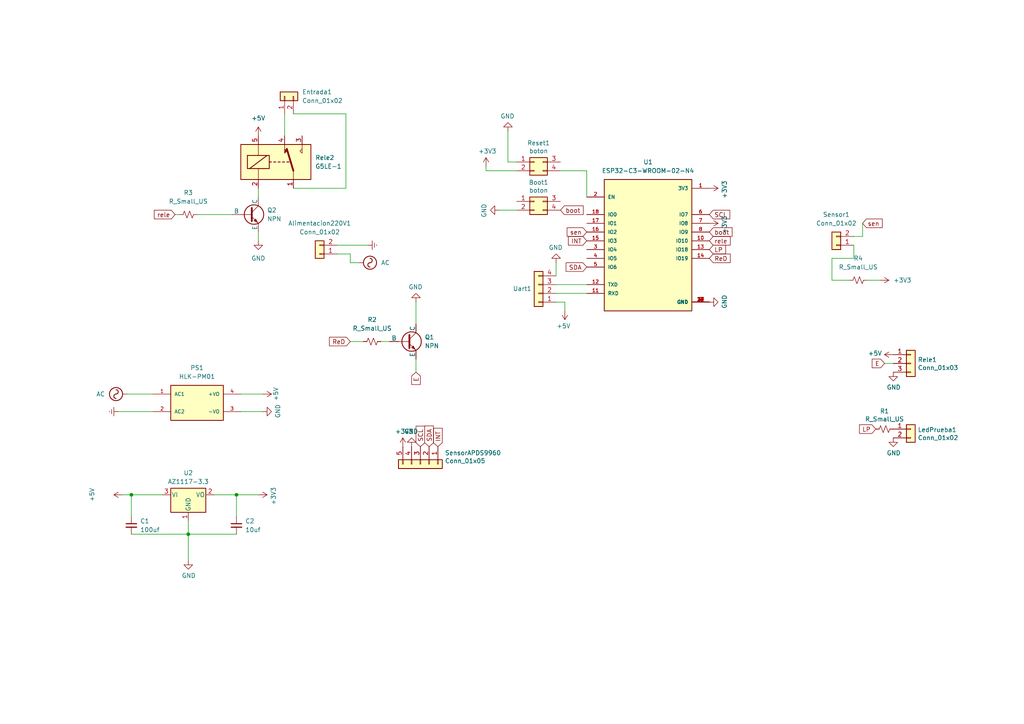
<source format=kicad_sch>
(kicad_sch (version 20230121) (generator eeschema)

  (uuid 956fb2e9-203a-48bc-97e1-72c995bff530)

  (paper "A4")

  (lib_symbols
    (symbol "Connector_Generic:Conn_01x02" (pin_names (offset 1.016) hide) (in_bom yes) (on_board yes)
      (property "Reference" "J" (at 0 2.54 0)
        (effects (font (size 1.27 1.27)))
      )
      (property "Value" "Conn_01x02" (at 0 -5.08 0)
        (effects (font (size 1.27 1.27)))
      )
      (property "Footprint" "" (at 0 0 0)
        (effects (font (size 1.27 1.27)) hide)
      )
      (property "Datasheet" "~" (at 0 0 0)
        (effects (font (size 1.27 1.27)) hide)
      )
      (property "ki_keywords" "connector" (at 0 0 0)
        (effects (font (size 1.27 1.27)) hide)
      )
      (property "ki_description" "Generic connector, single row, 01x02, script generated (kicad-library-utils/schlib/autogen/connector/)" (at 0 0 0)
        (effects (font (size 1.27 1.27)) hide)
      )
      (property "ki_fp_filters" "Connector*:*_1x??_*" (at 0 0 0)
        (effects (font (size 1.27 1.27)) hide)
      )
      (symbol "Conn_01x02_1_1"
        (rectangle (start -1.27 -2.413) (end 0 -2.667)
          (stroke (width 0.1524) (type default))
          (fill (type none))
        )
        (rectangle (start -1.27 0.127) (end 0 -0.127)
          (stroke (width 0.1524) (type default))
          (fill (type none))
        )
        (rectangle (start -1.27 1.27) (end 1.27 -3.81)
          (stroke (width 0.254) (type default))
          (fill (type background))
        )
        (pin passive line (at -5.08 0 0) (length 3.81)
          (name "Pin_1" (effects (font (size 1.27 1.27))))
          (number "1" (effects (font (size 1.27 1.27))))
        )
        (pin passive line (at -5.08 -2.54 0) (length 3.81)
          (name "Pin_2" (effects (font (size 1.27 1.27))))
          (number "2" (effects (font (size 1.27 1.27))))
        )
      )
    )
    (symbol "Connector_Generic:Conn_01x03" (pin_names (offset 1.016) hide) (in_bom yes) (on_board yes)
      (property "Reference" "J" (at 0 5.08 0)
        (effects (font (size 1.27 1.27)))
      )
      (property "Value" "Conn_01x03" (at 0 -5.08 0)
        (effects (font (size 1.27 1.27)))
      )
      (property "Footprint" "" (at 0 0 0)
        (effects (font (size 1.27 1.27)) hide)
      )
      (property "Datasheet" "~" (at 0 0 0)
        (effects (font (size 1.27 1.27)) hide)
      )
      (property "ki_keywords" "connector" (at 0 0 0)
        (effects (font (size 1.27 1.27)) hide)
      )
      (property "ki_description" "Generic connector, single row, 01x03, script generated (kicad-library-utils/schlib/autogen/connector/)" (at 0 0 0)
        (effects (font (size 1.27 1.27)) hide)
      )
      (property "ki_fp_filters" "Connector*:*_1x??_*" (at 0 0 0)
        (effects (font (size 1.27 1.27)) hide)
      )
      (symbol "Conn_01x03_1_1"
        (rectangle (start -1.27 -2.413) (end 0 -2.667)
          (stroke (width 0.1524) (type default))
          (fill (type none))
        )
        (rectangle (start -1.27 0.127) (end 0 -0.127)
          (stroke (width 0.1524) (type default))
          (fill (type none))
        )
        (rectangle (start -1.27 2.667) (end 0 2.413)
          (stroke (width 0.1524) (type default))
          (fill (type none))
        )
        (rectangle (start -1.27 3.81) (end 1.27 -3.81)
          (stroke (width 0.254) (type default))
          (fill (type background))
        )
        (pin passive line (at -5.08 2.54 0) (length 3.81)
          (name "Pin_1" (effects (font (size 1.27 1.27))))
          (number "1" (effects (font (size 1.27 1.27))))
        )
        (pin passive line (at -5.08 0 0) (length 3.81)
          (name "Pin_2" (effects (font (size 1.27 1.27))))
          (number "2" (effects (font (size 1.27 1.27))))
        )
        (pin passive line (at -5.08 -2.54 0) (length 3.81)
          (name "Pin_3" (effects (font (size 1.27 1.27))))
          (number "3" (effects (font (size 1.27 1.27))))
        )
      )
    )
    (symbol "Connector_Generic:Conn_01x04" (pin_names (offset 1.016) hide) (in_bom yes) (on_board yes)
      (property "Reference" "J" (at 0 5.08 0)
        (effects (font (size 1.27 1.27)))
      )
      (property "Value" "Conn_01x04" (at 0 -7.62 0)
        (effects (font (size 1.27 1.27)))
      )
      (property "Footprint" "" (at 0 0 0)
        (effects (font (size 1.27 1.27)) hide)
      )
      (property "Datasheet" "~" (at 0 0 0)
        (effects (font (size 1.27 1.27)) hide)
      )
      (property "ki_keywords" "connector" (at 0 0 0)
        (effects (font (size 1.27 1.27)) hide)
      )
      (property "ki_description" "Generic connector, single row, 01x04, script generated (kicad-library-utils/schlib/autogen/connector/)" (at 0 0 0)
        (effects (font (size 1.27 1.27)) hide)
      )
      (property "ki_fp_filters" "Connector*:*_1x??_*" (at 0 0 0)
        (effects (font (size 1.27 1.27)) hide)
      )
      (symbol "Conn_01x04_1_1"
        (rectangle (start -1.27 -4.953) (end 0 -5.207)
          (stroke (width 0.1524) (type default))
          (fill (type none))
        )
        (rectangle (start -1.27 -2.413) (end 0 -2.667)
          (stroke (width 0.1524) (type default))
          (fill (type none))
        )
        (rectangle (start -1.27 0.127) (end 0 -0.127)
          (stroke (width 0.1524) (type default))
          (fill (type none))
        )
        (rectangle (start -1.27 2.667) (end 0 2.413)
          (stroke (width 0.1524) (type default))
          (fill (type none))
        )
        (rectangle (start -1.27 3.81) (end 1.27 -6.35)
          (stroke (width 0.254) (type default))
          (fill (type background))
        )
        (pin passive line (at -5.08 2.54 0) (length 3.81)
          (name "Pin_1" (effects (font (size 1.27 1.27))))
          (number "1" (effects (font (size 1.27 1.27))))
        )
        (pin passive line (at -5.08 0 0) (length 3.81)
          (name "Pin_2" (effects (font (size 1.27 1.27))))
          (number "2" (effects (font (size 1.27 1.27))))
        )
        (pin passive line (at -5.08 -2.54 0) (length 3.81)
          (name "Pin_3" (effects (font (size 1.27 1.27))))
          (number "3" (effects (font (size 1.27 1.27))))
        )
        (pin passive line (at -5.08 -5.08 0) (length 3.81)
          (name "Pin_4" (effects (font (size 1.27 1.27))))
          (number "4" (effects (font (size 1.27 1.27))))
        )
      )
    )
    (symbol "Connector_Generic:Conn_01x05" (pin_names (offset 1.016) hide) (in_bom yes) (on_board yes)
      (property "Reference" "J" (at 0 7.62 0)
        (effects (font (size 1.27 1.27)))
      )
      (property "Value" "Conn_01x05" (at 0 -7.62 0)
        (effects (font (size 1.27 1.27)))
      )
      (property "Footprint" "" (at 0 0 0)
        (effects (font (size 1.27 1.27)) hide)
      )
      (property "Datasheet" "~" (at 0 0 0)
        (effects (font (size 1.27 1.27)) hide)
      )
      (property "ki_keywords" "connector" (at 0 0 0)
        (effects (font (size 1.27 1.27)) hide)
      )
      (property "ki_description" "Generic connector, single row, 01x05, script generated (kicad-library-utils/schlib/autogen/connector/)" (at 0 0 0)
        (effects (font (size 1.27 1.27)) hide)
      )
      (property "ki_fp_filters" "Connector*:*_1x??_*" (at 0 0 0)
        (effects (font (size 1.27 1.27)) hide)
      )
      (symbol "Conn_01x05_1_1"
        (rectangle (start -1.27 -4.953) (end 0 -5.207)
          (stroke (width 0.1524) (type default))
          (fill (type none))
        )
        (rectangle (start -1.27 -2.413) (end 0 -2.667)
          (stroke (width 0.1524) (type default))
          (fill (type none))
        )
        (rectangle (start -1.27 0.127) (end 0 -0.127)
          (stroke (width 0.1524) (type default))
          (fill (type none))
        )
        (rectangle (start -1.27 2.667) (end 0 2.413)
          (stroke (width 0.1524) (type default))
          (fill (type none))
        )
        (rectangle (start -1.27 5.207) (end 0 4.953)
          (stroke (width 0.1524) (type default))
          (fill (type none))
        )
        (rectangle (start -1.27 6.35) (end 1.27 -6.35)
          (stroke (width 0.254) (type default))
          (fill (type background))
        )
        (pin passive line (at -5.08 5.08 0) (length 3.81)
          (name "Pin_1" (effects (font (size 1.27 1.27))))
          (number "1" (effects (font (size 1.27 1.27))))
        )
        (pin passive line (at -5.08 2.54 0) (length 3.81)
          (name "Pin_2" (effects (font (size 1.27 1.27))))
          (number "2" (effects (font (size 1.27 1.27))))
        )
        (pin passive line (at -5.08 0 0) (length 3.81)
          (name "Pin_3" (effects (font (size 1.27 1.27))))
          (number "3" (effects (font (size 1.27 1.27))))
        )
        (pin passive line (at -5.08 -2.54 0) (length 3.81)
          (name "Pin_4" (effects (font (size 1.27 1.27))))
          (number "4" (effects (font (size 1.27 1.27))))
        )
        (pin passive line (at -5.08 -5.08 0) (length 3.81)
          (name "Pin_5" (effects (font (size 1.27 1.27))))
          (number "5" (effects (font (size 1.27 1.27))))
        )
      )
    )
    (symbol "Connector_Generic:Conn_02x02_Top_Bottom" (pin_names (offset 1.016) hide) (in_bom yes) (on_board yes)
      (property "Reference" "J" (at 1.27 2.54 0)
        (effects (font (size 1.27 1.27)))
      )
      (property "Value" "Conn_02x02_Top_Bottom" (at 1.27 -5.08 0)
        (effects (font (size 1.27 1.27)))
      )
      (property "Footprint" "" (at 0 0 0)
        (effects (font (size 1.27 1.27)) hide)
      )
      (property "Datasheet" "~" (at 0 0 0)
        (effects (font (size 1.27 1.27)) hide)
      )
      (property "ki_keywords" "connector" (at 0 0 0)
        (effects (font (size 1.27 1.27)) hide)
      )
      (property "ki_description" "Generic connector, double row, 02x02, top/bottom pin numbering scheme (row 1: 1...pins_per_row, row2: pins_per_row+1 ... num_pins), script generated (kicad-library-utils/schlib/autogen/connector/)" (at 0 0 0)
        (effects (font (size 1.27 1.27)) hide)
      )
      (property "ki_fp_filters" "Connector*:*_2x??_*" (at 0 0 0)
        (effects (font (size 1.27 1.27)) hide)
      )
      (symbol "Conn_02x02_Top_Bottom_1_1"
        (rectangle (start -1.27 -2.413) (end 0 -2.667)
          (stroke (width 0.1524) (type default))
          (fill (type none))
        )
        (rectangle (start -1.27 0.127) (end 0 -0.127)
          (stroke (width 0.1524) (type default))
          (fill (type none))
        )
        (rectangle (start -1.27 1.27) (end 3.81 -3.81)
          (stroke (width 0.254) (type default))
          (fill (type background))
        )
        (rectangle (start 3.81 -2.413) (end 2.54 -2.667)
          (stroke (width 0.1524) (type default))
          (fill (type none))
        )
        (rectangle (start 3.81 0.127) (end 2.54 -0.127)
          (stroke (width 0.1524) (type default))
          (fill (type none))
        )
        (pin passive line (at -5.08 0 0) (length 3.81)
          (name "Pin_1" (effects (font (size 1.27 1.27))))
          (number "1" (effects (font (size 1.27 1.27))))
        )
        (pin passive line (at -5.08 -2.54 0) (length 3.81)
          (name "Pin_2" (effects (font (size 1.27 1.27))))
          (number "2" (effects (font (size 1.27 1.27))))
        )
        (pin passive line (at 7.62 0 180) (length 3.81)
          (name "Pin_3" (effects (font (size 1.27 1.27))))
          (number "3" (effects (font (size 1.27 1.27))))
        )
        (pin passive line (at 7.62 -2.54 180) (length 3.81)
          (name "Pin_4" (effects (font (size 1.27 1.27))))
          (number "4" (effects (font (size 1.27 1.27))))
        )
      )
    )
    (symbol "Device:C_Small" (pin_numbers hide) (pin_names (offset 0.254) hide) (in_bom yes) (on_board yes)
      (property "Reference" "C" (at 0.254 1.778 0)
        (effects (font (size 1.27 1.27)) (justify left))
      )
      (property "Value" "C_Small" (at 0.254 -2.032 0)
        (effects (font (size 1.27 1.27)) (justify left))
      )
      (property "Footprint" "" (at 0 0 0)
        (effects (font (size 1.27 1.27)) hide)
      )
      (property "Datasheet" "~" (at 0 0 0)
        (effects (font (size 1.27 1.27)) hide)
      )
      (property "ki_keywords" "capacitor cap" (at 0 0 0)
        (effects (font (size 1.27 1.27)) hide)
      )
      (property "ki_description" "Unpolarized capacitor, small symbol" (at 0 0 0)
        (effects (font (size 1.27 1.27)) hide)
      )
      (property "ki_fp_filters" "C_*" (at 0 0 0)
        (effects (font (size 1.27 1.27)) hide)
      )
      (symbol "C_Small_0_1"
        (polyline
          (pts
            (xy -1.524 -0.508)
            (xy 1.524 -0.508)
          )
          (stroke (width 0.3302) (type default))
          (fill (type none))
        )
        (polyline
          (pts
            (xy -1.524 0.508)
            (xy 1.524 0.508)
          )
          (stroke (width 0.3048) (type default))
          (fill (type none))
        )
      )
      (symbol "C_Small_1_1"
        (pin passive line (at 0 2.54 270) (length 2.032)
          (name "~" (effects (font (size 1.27 1.27))))
          (number "1" (effects (font (size 1.27 1.27))))
        )
        (pin passive line (at 0 -2.54 90) (length 2.032)
          (name "~" (effects (font (size 1.27 1.27))))
          (number "2" (effects (font (size 1.27 1.27))))
        )
      )
    )
    (symbol "Device:R_Small_US" (pin_numbers hide) (pin_names (offset 0.254) hide) (in_bom yes) (on_board yes)
      (property "Reference" "R" (at 0.762 0.508 0)
        (effects (font (size 1.27 1.27)) (justify left))
      )
      (property "Value" "R_Small_US" (at 0.762 -1.016 0)
        (effects (font (size 1.27 1.27)) (justify left))
      )
      (property "Footprint" "" (at 0 0 0)
        (effects (font (size 1.27 1.27)) hide)
      )
      (property "Datasheet" "~" (at 0 0 0)
        (effects (font (size 1.27 1.27)) hide)
      )
      (property "ki_keywords" "r resistor" (at 0 0 0)
        (effects (font (size 1.27 1.27)) hide)
      )
      (property "ki_description" "Resistor, small US symbol" (at 0 0 0)
        (effects (font (size 1.27 1.27)) hide)
      )
      (property "ki_fp_filters" "R_*" (at 0 0 0)
        (effects (font (size 1.27 1.27)) hide)
      )
      (symbol "R_Small_US_1_1"
        (polyline
          (pts
            (xy 0 0)
            (xy 1.016 -0.381)
            (xy 0 -0.762)
            (xy -1.016 -1.143)
            (xy 0 -1.524)
          )
          (stroke (width 0) (type default))
          (fill (type none))
        )
        (polyline
          (pts
            (xy 0 1.524)
            (xy 1.016 1.143)
            (xy 0 0.762)
            (xy -1.016 0.381)
            (xy 0 0)
          )
          (stroke (width 0) (type default))
          (fill (type none))
        )
        (pin passive line (at 0 2.54 270) (length 1.016)
          (name "~" (effects (font (size 1.27 1.27))))
          (number "1" (effects (font (size 1.27 1.27))))
        )
        (pin passive line (at 0 -2.54 90) (length 1.016)
          (name "~" (effects (font (size 1.27 1.27))))
          (number "2" (effects (font (size 1.27 1.27))))
        )
      )
    )
    (symbol "KikadSimbolos:ESP32-C3-WROOM-02-N4" (pin_names (offset 1.016)) (in_bom yes) (on_board yes)
      (property "Reference" "U" (at -12.7 21.082 0)
        (effects (font (size 1.27 1.27)) (justify left bottom))
      )
      (property "Value" "ESP32-C3-WROOM-02-N4" (at -12.7 -18.542 0)
        (effects (font (size 1.27 1.27)) (justify left top))
      )
      (property "Footprint" "ESP32-C3-WROOM-02-N4:MODULE_ESP32-C3-WROOM-02-H4" (at 0 0 0)
        (effects (font (size 1.27 1.27)) (justify bottom) hide)
      )
      (property "Datasheet" "" (at 0 0 0)
        (effects (font (size 1.27 1.27)) hide)
      )
      (property "MF" "Espressif Systems" (at 0 0 0)
        (effects (font (size 1.27 1.27)) (justify bottom) hide)
      )
      (property "DESCRIPTION" "WiFi Modules (802.11) (Engineering Samples) SMD module, ESP32-C3, 4MB SPI flash, PCB antenna, -40 C +105 C" (at 0 0 0)
        (effects (font (size 1.27 1.27)) (justify bottom) hide)
      )
      (property "PACKAGE" "Package" (at 0 0 0)
        (effects (font (size 1.27 1.27)) (justify bottom) hide)
      )
      (property "PRICE" "None" (at 0 0 0)
        (effects (font (size 1.27 1.27)) (justify bottom) hide)
      )
      (property "Package" "Package" (at 0 0 0)
        (effects (font (size 1.27 1.27)) (justify bottom) hide)
      )
      (property "Check_prices" "https://www.snapeda.com/parts/ESP32-C3-WROOM-02-N4/Espressif+Systems/view-part/?ref=eda" (at 0 0 0)
        (effects (font (size 1.27 1.27)) (justify bottom) hide)
      )
      (property "Price" "None" (at 0 0 0)
        (effects (font (size 1.27 1.27)) (justify bottom) hide)
      )
      (property "SnapEDA_Link" "https://www.snapeda.com/parts/ESP32-C3-WROOM-02-N4/Espressif+Systems/view-part/?ref=snap" (at 0 0 0)
        (effects (font (size 1.27 1.27)) (justify bottom) hide)
      )
      (property "MP" "ESP32-C3-WROOM-02-N4" (at 0 0 0)
        (effects (font (size 1.27 1.27)) (justify bottom) hide)
      )
      (property "Description" "\n                        \n                            WiFi Modules (802.11) (Engineering Samples) SMD module, ESP32-C3, 4MB SPI flash, PCB antenna, -40 C +85 C\n                        \n" (at 0 0 0)
        (effects (font (size 1.27 1.27)) (justify bottom) hide)
      )
      (property "Availability" "In Stock" (at 0 0 0)
        (effects (font (size 1.27 1.27)) (justify bottom) hide)
      )
      (property "AVAILABILITY" "In Stock" (at 0 0 0)
        (effects (font (size 1.27 1.27)) (justify bottom) hide)
      )
      (property "PURCHASE-URL" "https://pricing.snapeda.com/search/part/ESP32-C3-WROOM-02-H4/?ref=eda" (at 0 0 0)
        (effects (font (size 1.27 1.27)) (justify bottom) hide)
      )
      (symbol "ESP32-C3-WROOM-02-N4_0_0"
        (rectangle (start -12.7 -17.78) (end 12.7 20.32)
          (stroke (width 0.254) (type default))
          (fill (type background))
        )
        (pin power_in line (at 17.78 17.78 180) (length 5.08)
          (name "3V3" (effects (font (size 1.016 1.016))))
          (number "1" (effects (font (size 1.016 1.016))))
        )
        (pin bidirectional line (at 17.78 2.54 180) (length 5.08)
          (name "IO10" (effects (font (size 1.016 1.016))))
          (number "10" (effects (font (size 1.016 1.016))))
        )
        (pin bidirectional line (at -17.78 -12.7 0) (length 5.08)
          (name "RXD" (effects (font (size 1.016 1.016))))
          (number "11" (effects (font (size 1.016 1.016))))
        )
        (pin bidirectional line (at -17.78 -10.16 0) (length 5.08)
          (name "TXD" (effects (font (size 1.016 1.016))))
          (number "12" (effects (font (size 1.016 1.016))))
        )
        (pin bidirectional line (at 17.78 0 180) (length 5.08)
          (name "IO18" (effects (font (size 1.016 1.016))))
          (number "13" (effects (font (size 1.016 1.016))))
        )
        (pin bidirectional line (at 17.78 -2.54 180) (length 5.08)
          (name "IO19" (effects (font (size 1.016 1.016))))
          (number "14" (effects (font (size 1.016 1.016))))
        )
        (pin bidirectional line (at -17.78 2.54 0) (length 5.08)
          (name "IO3" (effects (font (size 1.016 1.016))))
          (number "15" (effects (font (size 1.016 1.016))))
        )
        (pin bidirectional line (at -17.78 5.08 0) (length 5.08)
          (name "IO2" (effects (font (size 1.016 1.016))))
          (number "16" (effects (font (size 1.016 1.016))))
        )
        (pin bidirectional line (at -17.78 7.62 0) (length 5.08)
          (name "IO1" (effects (font (size 1.016 1.016))))
          (number "17" (effects (font (size 1.016 1.016))))
        )
        (pin bidirectional line (at -17.78 10.16 0) (length 5.08)
          (name "IO0" (effects (font (size 1.016 1.016))))
          (number "18" (effects (font (size 1.016 1.016))))
        )
        (pin power_in line (at 17.78 -15.24 180) (length 5.08)
          (name "GND" (effects (font (size 1.016 1.016))))
          (number "19" (effects (font (size 1.016 1.016))))
        )
        (pin input line (at -17.78 15.24 0) (length 5.08)
          (name "EN" (effects (font (size 1.016 1.016))))
          (number "2" (effects (font (size 1.016 1.016))))
        )
        (pin power_in line (at 17.78 -15.24 180) (length 5.08)
          (name "GND" (effects (font (size 1.016 1.016))))
          (number "20" (effects (font (size 1.016 1.016))))
        )
        (pin power_in line (at 17.78 -15.24 180) (length 5.08)
          (name "GND" (effects (font (size 1.016 1.016))))
          (number "21" (effects (font (size 1.016 1.016))))
        )
        (pin power_in line (at 17.78 -15.24 180) (length 5.08)
          (name "GND" (effects (font (size 1.016 1.016))))
          (number "22" (effects (font (size 1.016 1.016))))
        )
        (pin power_in line (at 17.78 -15.24 180) (length 5.08)
          (name "GND" (effects (font (size 1.016 1.016))))
          (number "23" (effects (font (size 1.016 1.016))))
        )
        (pin power_in line (at 17.78 -15.24 180) (length 5.08)
          (name "GND" (effects (font (size 1.016 1.016))))
          (number "24" (effects (font (size 1.016 1.016))))
        )
        (pin power_in line (at 17.78 -15.24 180) (length 5.08)
          (name "GND" (effects (font (size 1.016 1.016))))
          (number "25" (effects (font (size 1.016 1.016))))
        )
        (pin power_in line (at 17.78 -15.24 180) (length 5.08)
          (name "GND" (effects (font (size 1.016 1.016))))
          (number "26" (effects (font (size 1.016 1.016))))
        )
        (pin power_in line (at 17.78 -15.24 180) (length 5.08)
          (name "GND" (effects (font (size 1.016 1.016))))
          (number "27" (effects (font (size 1.016 1.016))))
        )
        (pin power_in line (at 17.78 -15.24 180) (length 5.08)
          (name "GND" (effects (font (size 1.016 1.016))))
          (number "28" (effects (font (size 1.016 1.016))))
        )
        (pin power_in line (at 17.78 -15.24 180) (length 5.08)
          (name "GND" (effects (font (size 1.016 1.016))))
          (number "29" (effects (font (size 1.016 1.016))))
        )
        (pin bidirectional line (at -17.78 0 0) (length 5.08)
          (name "IO4" (effects (font (size 1.016 1.016))))
          (number "3" (effects (font (size 1.016 1.016))))
        )
        (pin power_in line (at 17.78 -15.24 180) (length 5.08)
          (name "GND" (effects (font (size 1.016 1.016))))
          (number "30" (effects (font (size 1.016 1.016))))
        )
        (pin power_in line (at 17.78 -15.24 180) (length 5.08)
          (name "GND" (effects (font (size 1.016 1.016))))
          (number "31" (effects (font (size 1.016 1.016))))
        )
        (pin power_in line (at 17.78 -15.24 180) (length 5.08)
          (name "GND" (effects (font (size 1.016 1.016))))
          (number "32" (effects (font (size 1.016 1.016))))
        )
        (pin power_in line (at 17.78 -15.24 180) (length 5.08)
          (name "GND" (effects (font (size 1.016 1.016))))
          (number "33" (effects (font (size 1.016 1.016))))
        )
        (pin power_in line (at 17.78 -15.24 180) (length 5.08)
          (name "GND" (effects (font (size 1.016 1.016))))
          (number "34" (effects (font (size 1.016 1.016))))
        )
        (pin power_in line (at 17.78 -15.24 180) (length 5.08)
          (name "GND" (effects (font (size 1.016 1.016))))
          (number "35" (effects (font (size 1.016 1.016))))
        )
        (pin power_in line (at 17.78 -15.24 180) (length 5.08)
          (name "GND" (effects (font (size 1.016 1.016))))
          (number "36" (effects (font (size 1.016 1.016))))
        )
        (pin power_in line (at 17.78 -15.24 180) (length 5.08)
          (name "GND" (effects (font (size 1.016 1.016))))
          (number "37" (effects (font (size 1.016 1.016))))
        )
        (pin power_in line (at 17.78 -15.24 180) (length 5.08)
          (name "GND" (effects (font (size 1.016 1.016))))
          (number "38" (effects (font (size 1.016 1.016))))
        )
        (pin power_in line (at 17.78 -15.24 180) (length 5.08)
          (name "GND" (effects (font (size 1.016 1.016))))
          (number "39" (effects (font (size 1.016 1.016))))
        )
        (pin bidirectional line (at -17.78 -2.54 0) (length 5.08)
          (name "IO5" (effects (font (size 1.016 1.016))))
          (number "4" (effects (font (size 1.016 1.016))))
        )
        (pin bidirectional line (at -17.78 -5.08 0) (length 5.08)
          (name "IO6" (effects (font (size 1.016 1.016))))
          (number "5" (effects (font (size 1.016 1.016))))
        )
        (pin bidirectional line (at 17.78 10.16 180) (length 5.08)
          (name "IO7" (effects (font (size 1.016 1.016))))
          (number "6" (effects (font (size 1.016 1.016))))
        )
        (pin bidirectional line (at 17.78 7.62 180) (length 5.08)
          (name "IO8" (effects (font (size 1.016 1.016))))
          (number "7" (effects (font (size 1.016 1.016))))
        )
        (pin bidirectional line (at 17.78 5.08 180) (length 5.08)
          (name "IO9" (effects (font (size 1.016 1.016))))
          (number "8" (effects (font (size 1.016 1.016))))
        )
        (pin power_in line (at 17.78 -15.24 180) (length 5.08)
          (name "GND" (effects (font (size 1.016 1.016))))
          (number "9" (effects (font (size 1.016 1.016))))
        )
      )
    )
    (symbol "KikadSimbolos:HLK-PM01" (pin_names (offset 1.016)) (in_bom yes) (on_board yes)
      (property "Reference" "PS" (at -7.62 5.588 0)
        (effects (font (size 1.27 1.27)) (justify left bottom))
      )
      (property "Value" "HLK-PM01" (at -7.62 -7.112 0)
        (effects (font (size 1.27 1.27)) (justify left bottom))
      )
      (property "Footprint" "HLK-PM01:CONV_HLK-PM01" (at 0 0 0)
        (effects (font (size 1.27 1.27)) (justify bottom) hide)
      )
      (property "Datasheet" "" (at 0 0 0)
        (effects (font (size 1.27 1.27)) hide)
      )
      (property "MF" "Hi-link" (at 0 0 0)
        (effects (font (size 1.27 1.27)) (justify bottom) hide)
      )
      (property "MAXIMUM_PACKAGE_HEIGHT" "15 mm" (at 0 0 0)
        (effects (font (size 1.27 1.27)) (justify bottom) hide)
      )
      (property "Package" "None" (at 0 0 0)
        (effects (font (size 1.27 1.27)) (justify bottom) hide)
      )
      (property "Price" "None" (at 0 0 0)
        (effects (font (size 1.27 1.27)) (justify bottom) hide)
      )
      (property "Check_prices" "https://www.snapeda.com/parts/hlk-pm01/Hi-link/view-part/?ref=eda" (at 0 0 0)
        (effects (font (size 1.27 1.27)) (justify bottom) hide)
      )
      (property "STANDARD" "Manufacturer Recommendation" (at 0 0 0)
        (effects (font (size 1.27 1.27)) (justify bottom) hide)
      )
      (property "SnapEDA_Link" "https://www.snapeda.com/parts/hlk-pm01/Hi-link/view-part/?ref=snap" (at 0 0 0)
        (effects (font (size 1.27 1.27)) (justify bottom) hide)
      )
      (property "MP" "hlk-pm01" (at 0 0 0)
        (effects (font (size 1.27 1.27)) (justify bottom) hide)
      )
      (property "Description" "\n                        \n                            The HLK-PM01 is a small size low cost AC to DC converter which can take in 110V/220V AC at 50/60 Hz and give 5V 3W output. The module is can be used in designs which run on 5V and needs to be powered form the AC mains.\n                        \n" (at 0 0 0)
        (effects (font (size 1.27 1.27)) (justify bottom) hide)
      )
      (property "MANUFACTURER" "Hi-link" (at 0 0 0)
        (effects (font (size 1.27 1.27)) (justify bottom) hide)
      )
      (property "Availability" "Not in stock" (at 0 0 0)
        (effects (font (size 1.27 1.27)) (justify bottom) hide)
      )
      (property "SNAPEDA_PN" "hlk-pm01" (at 0 0 0)
        (effects (font (size 1.27 1.27)) (justify bottom) hide)
      )
      (symbol "HLK-PM01_0_0"
        (rectangle (start -7.62 -5.08) (end 7.62 5.08)
          (stroke (width 0.254) (type default))
          (fill (type background))
        )
        (pin input line (at -12.7 2.54 0) (length 5.08)
          (name "AC1" (effects (font (size 1.016 1.016))))
          (number "1" (effects (font (size 1.016 1.016))))
        )
        (pin input line (at -12.7 -2.54 0) (length 5.08)
          (name "AC2" (effects (font (size 1.016 1.016))))
          (number "2" (effects (font (size 1.016 1.016))))
        )
        (pin output line (at 12.7 -2.54 180) (length 5.08)
          (name "-VO" (effects (font (size 1.016 1.016))))
          (number "3" (effects (font (size 1.016 1.016))))
        )
        (pin output line (at 12.7 2.54 180) (length 5.08)
          (name "+VO" (effects (font (size 1.016 1.016))))
          (number "4" (effects (font (size 1.016 1.016))))
        )
      )
    )
    (symbol "Regulator_Linear:AZ1117-3.3" (pin_names (offset 0.254)) (in_bom yes) (on_board yes)
      (property "Reference" "U" (at -3.81 3.175 0)
        (effects (font (size 1.27 1.27)))
      )
      (property "Value" "AZ1117-3.3" (at 0 3.175 0)
        (effects (font (size 1.27 1.27)) (justify left))
      )
      (property "Footprint" "" (at 0 6.35 0)
        (effects (font (size 1.27 1.27) italic) hide)
      )
      (property "Datasheet" "https://www.diodes.com/assets/Datasheets/AZ1117.pdf" (at 0 0 0)
        (effects (font (size 1.27 1.27)) hide)
      )
      (property "ki_keywords" "Fixed Voltage Regulator 1A Positive LDO" (at 0 0 0)
        (effects (font (size 1.27 1.27)) hide)
      )
      (property "ki_description" "1A 20V Fixed LDO Linear Regulator, 3.3V, SOT-89/SOT-223/TO-220/TO-252/TO-263" (at 0 0 0)
        (effects (font (size 1.27 1.27)) hide)
      )
      (property "ki_fp_filters" "SOT?223* SOT?89* TO?220* TO?252* TO?263*" (at 0 0 0)
        (effects (font (size 1.27 1.27)) hide)
      )
      (symbol "AZ1117-3.3_0_1"
        (rectangle (start -5.08 1.905) (end 5.08 -5.08)
          (stroke (width 0.254) (type default))
          (fill (type background))
        )
      )
      (symbol "AZ1117-3.3_1_1"
        (pin power_in line (at 0 -7.62 90) (length 2.54)
          (name "GND" (effects (font (size 1.27 1.27))))
          (number "1" (effects (font (size 1.27 1.27))))
        )
        (pin power_out line (at 7.62 0 180) (length 2.54)
          (name "VO" (effects (font (size 1.27 1.27))))
          (number "2" (effects (font (size 1.27 1.27))))
        )
        (pin power_in line (at -7.62 0 0) (length 2.54)
          (name "VI" (effects (font (size 1.27 1.27))))
          (number "3" (effects (font (size 1.27 1.27))))
        )
      )
    )
    (symbol "Relay:G5LE-1" (in_bom yes) (on_board yes)
      (property "Reference" "K" (at 11.43 3.81 0)
        (effects (font (size 1.27 1.27)) (justify left))
      )
      (property "Value" "G5LE-1" (at 11.43 1.27 0)
        (effects (font (size 1.27 1.27)) (justify left))
      )
      (property "Footprint" "Relay_THT:Relay_SPDT_Omron-G5LE-1" (at 11.43 -1.27 0)
        (effects (font (size 1.27 1.27)) (justify left) hide)
      )
      (property "Datasheet" "http://www.omron.com/ecb/products/pdf/en-g5le.pdf" (at 0 0 0)
        (effects (font (size 1.27 1.27)) hide)
      )
      (property "ki_keywords" "Miniature Single Pole Relay" (at 0 0 0)
        (effects (font (size 1.27 1.27)) hide)
      )
      (property "ki_description" "Omron G5LE relay, Miniature Single Pole, SPDT, 10A" (at 0 0 0)
        (effects (font (size 1.27 1.27)) hide)
      )
      (property "ki_fp_filters" "Relay*SPDT*Omron*G5LE?1*" (at 0 0 0)
        (effects (font (size 1.27 1.27)) hide)
      )
      (symbol "G5LE-1_0_0"
        (polyline
          (pts
            (xy 7.62 5.08)
            (xy 7.62 2.54)
            (xy 6.985 3.175)
            (xy 7.62 3.81)
          )
          (stroke (width 0) (type default))
          (fill (type none))
        )
      )
      (symbol "G5LE-1_0_1"
        (rectangle (start -10.16 5.08) (end 10.16 -5.08)
          (stroke (width 0.254) (type default))
          (fill (type background))
        )
        (rectangle (start -8.255 1.905) (end -1.905 -1.905)
          (stroke (width 0.254) (type default))
          (fill (type none))
        )
        (polyline
          (pts
            (xy -7.62 -1.905)
            (xy -2.54 1.905)
          )
          (stroke (width 0.254) (type default))
          (fill (type none))
        )
        (polyline
          (pts
            (xy -5.08 -5.08)
            (xy -5.08 -1.905)
          )
          (stroke (width 0) (type default))
          (fill (type none))
        )
        (polyline
          (pts
            (xy -5.08 5.08)
            (xy -5.08 1.905)
          )
          (stroke (width 0) (type default))
          (fill (type none))
        )
        (polyline
          (pts
            (xy -1.905 0)
            (xy -1.27 0)
          )
          (stroke (width 0.254) (type default))
          (fill (type none))
        )
        (polyline
          (pts
            (xy -0.635 0)
            (xy 0 0)
          )
          (stroke (width 0.254) (type default))
          (fill (type none))
        )
        (polyline
          (pts
            (xy 0.635 0)
            (xy 1.27 0)
          )
          (stroke (width 0.254) (type default))
          (fill (type none))
        )
        (polyline
          (pts
            (xy 1.905 0)
            (xy 2.54 0)
          )
          (stroke (width 0.254) (type default))
          (fill (type none))
        )
        (polyline
          (pts
            (xy 3.175 0)
            (xy 3.81 0)
          )
          (stroke (width 0.254) (type default))
          (fill (type none))
        )
        (polyline
          (pts
            (xy 5.08 -2.54)
            (xy 3.175 3.81)
          )
          (stroke (width 0.508) (type default))
          (fill (type none))
        )
        (polyline
          (pts
            (xy 5.08 -2.54)
            (xy 5.08 -5.08)
          )
          (stroke (width 0) (type default))
          (fill (type none))
        )
        (polyline
          (pts
            (xy 2.54 5.08)
            (xy 2.54 2.54)
            (xy 3.175 3.175)
            (xy 2.54 3.81)
          )
          (stroke (width 0) (type default))
          (fill (type outline))
        )
      )
      (symbol "G5LE-1_1_1"
        (pin passive line (at 5.08 -7.62 90) (length 2.54)
          (name "~" (effects (font (size 1.27 1.27))))
          (number "1" (effects (font (size 1.27 1.27))))
        )
        (pin passive line (at -5.08 -7.62 90) (length 2.54)
          (name "~" (effects (font (size 1.27 1.27))))
          (number "2" (effects (font (size 1.27 1.27))))
        )
        (pin passive line (at 7.62 7.62 270) (length 2.54)
          (name "~" (effects (font (size 1.27 1.27))))
          (number "3" (effects (font (size 1.27 1.27))))
        )
        (pin passive line (at 2.54 7.62 270) (length 2.54)
          (name "~" (effects (font (size 1.27 1.27))))
          (number "4" (effects (font (size 1.27 1.27))))
        )
        (pin passive line (at -5.08 7.62 270) (length 2.54)
          (name "~" (effects (font (size 1.27 1.27))))
          (number "5" (effects (font (size 1.27 1.27))))
        )
      )
    )
    (symbol "Simulation_SPICE:NPN" (pin_numbers hide) (pin_names (offset 0)) (in_bom yes) (on_board yes)
      (property "Reference" "Q" (at -2.54 7.62 0)
        (effects (font (size 1.27 1.27)))
      )
      (property "Value" "NPN" (at -2.54 5.08 0)
        (effects (font (size 1.27 1.27)))
      )
      (property "Footprint" "" (at 63.5 0 0)
        (effects (font (size 1.27 1.27)) hide)
      )
      (property "Datasheet" "~" (at 63.5 0 0)
        (effects (font (size 1.27 1.27)) hide)
      )
      (property "Sim.Device" "NPN" (at 0 0 0)
        (effects (font (size 1.27 1.27)) hide)
      )
      (property "Sim.Type" "GUMMELPOON" (at 0 0 0)
        (effects (font (size 1.27 1.27)) hide)
      )
      (property "Sim.Pins" "1=C 2=B 3=E" (at 0 0 0)
        (effects (font (size 1.27 1.27)) hide)
      )
      (property "ki_keywords" "simulation" (at 0 0 0)
        (effects (font (size 1.27 1.27)) hide)
      )
      (property "ki_description" "Bipolar transistor symbol for simulation only, substrate tied to the emitter" (at 0 0 0)
        (effects (font (size 1.27 1.27)) hide)
      )
      (symbol "NPN_0_1"
        (polyline
          (pts
            (xy -2.54 0)
            (xy 0.635 0)
          )
          (stroke (width 0.1524) (type default))
          (fill (type none))
        )
        (polyline
          (pts
            (xy 0.635 0.635)
            (xy 2.54 2.54)
          )
          (stroke (width 0) (type default))
          (fill (type none))
        )
        (polyline
          (pts
            (xy 2.794 -1.27)
            (xy 2.794 -1.27)
          )
          (stroke (width 0.1524) (type default))
          (fill (type none))
        )
        (polyline
          (pts
            (xy 2.794 -1.27)
            (xy 2.794 -1.27)
          )
          (stroke (width 0.1524) (type default))
          (fill (type none))
        )
        (polyline
          (pts
            (xy 0.635 -0.635)
            (xy 2.54 -2.54)
            (xy 2.54 -2.54)
          )
          (stroke (width 0) (type default))
          (fill (type none))
        )
        (polyline
          (pts
            (xy 0.635 1.905)
            (xy 0.635 -1.905)
            (xy 0.635 -1.905)
          )
          (stroke (width 0.508) (type default))
          (fill (type none))
        )
        (polyline
          (pts
            (xy 1.27 -1.778)
            (xy 1.778 -1.27)
            (xy 2.286 -2.286)
            (xy 1.27 -1.778)
            (xy 1.27 -1.778)
          )
          (stroke (width 0) (type default))
          (fill (type outline))
        )
        (circle (center 1.27 0) (radius 2.8194)
          (stroke (width 0.254) (type default))
          (fill (type none))
        )
      )
      (symbol "NPN_1_1"
        (pin open_collector line (at 2.54 5.08 270) (length 2.54)
          (name "C" (effects (font (size 1.27 1.27))))
          (number "1" (effects (font (size 1.27 1.27))))
        )
        (pin input line (at -5.08 0 0) (length 2.54)
          (name "B" (effects (font (size 1.27 1.27))))
          (number "2" (effects (font (size 1.27 1.27))))
        )
        (pin open_emitter line (at 2.54 -5.08 90) (length 2.54)
          (name "E" (effects (font (size 1.27 1.27))))
          (number "3" (effects (font (size 1.27 1.27))))
        )
      )
    )
    (symbol "pcb1-rescue:+3.3V-power" (power) (pin_names (offset 0)) (in_bom yes) (on_board yes)
      (property "Reference" "#PWR" (at 0 -3.81 0)
        (effects (font (size 1.27 1.27)) hide)
      )
      (property "Value" "+3.3V-power" (at 0 3.556 0)
        (effects (font (size 1.27 1.27)))
      )
      (property "Footprint" "" (at 0 0 0)
        (effects (font (size 1.27 1.27)) hide)
      )
      (property "Datasheet" "" (at 0 0 0)
        (effects (font (size 1.27 1.27)) hide)
      )
      (symbol "+3.3V-power_0_1"
        (polyline
          (pts
            (xy -0.762 1.27)
            (xy 0 2.54)
          )
          (stroke (width 0) (type solid))
          (fill (type none))
        )
        (polyline
          (pts
            (xy 0 0)
            (xy 0 2.54)
          )
          (stroke (width 0) (type solid))
          (fill (type none))
        )
        (polyline
          (pts
            (xy 0 2.54)
            (xy 0.762 1.27)
          )
          (stroke (width 0) (type solid))
          (fill (type none))
        )
      )
      (symbol "+3.3V-power_1_1"
        (pin power_in line (at 0 0 90) (length 0) hide
          (name "+3V3" (effects (font (size 1.27 1.27))))
          (number "1" (effects (font (size 1.27 1.27))))
        )
      )
    )
    (symbol "pcbVentana-rescue:+3.3V-power" (power) (pin_names (offset 0)) (in_bom yes) (on_board yes)
      (property "Reference" "#PWR" (at 0 -3.81 0)
        (effects (font (size 1.27 1.27)) hide)
      )
      (property "Value" "+3.3V-power" (at 0 3.556 0)
        (effects (font (size 1.27 1.27)))
      )
      (property "Footprint" "" (at 0 0 0)
        (effects (font (size 1.27 1.27)) hide)
      )
      (property "Datasheet" "" (at 0 0 0)
        (effects (font (size 1.27 1.27)) hide)
      )
      (symbol "+3.3V-power_0_1"
        (polyline
          (pts
            (xy -0.762 1.27)
            (xy 0 2.54)
          )
          (stroke (width 0) (type solid))
          (fill (type none))
        )
        (polyline
          (pts
            (xy 0 0)
            (xy 0 2.54)
          )
          (stroke (width 0) (type solid))
          (fill (type none))
        )
        (polyline
          (pts
            (xy 0 2.54)
            (xy 0.762 1.27)
          )
          (stroke (width 0) (type solid))
          (fill (type none))
        )
      )
      (symbol "+3.3V-power_1_1"
        (pin power_in line (at 0 0 90) (length 0) hide
          (name "+3V3" (effects (font (size 1.27 1.27))))
          (number "1" (effects (font (size 1.27 1.27))))
        )
      )
    )
    (symbol "power:+5V" (power) (pin_names (offset 0)) (in_bom yes) (on_board yes)
      (property "Reference" "#PWR" (at 0 -3.81 0)
        (effects (font (size 1.27 1.27)) hide)
      )
      (property "Value" "+5V" (at 0 3.556 0)
        (effects (font (size 1.27 1.27)))
      )
      (property "Footprint" "" (at 0 0 0)
        (effects (font (size 1.27 1.27)) hide)
      )
      (property "Datasheet" "" (at 0 0 0)
        (effects (font (size 1.27 1.27)) hide)
      )
      (property "ki_keywords" "global power" (at 0 0 0)
        (effects (font (size 1.27 1.27)) hide)
      )
      (property "ki_description" "Power symbol creates a global label with name \"+5V\"" (at 0 0 0)
        (effects (font (size 1.27 1.27)) hide)
      )
      (symbol "+5V_0_1"
        (polyline
          (pts
            (xy -0.762 1.27)
            (xy 0 2.54)
          )
          (stroke (width 0) (type default))
          (fill (type none))
        )
        (polyline
          (pts
            (xy 0 0)
            (xy 0 2.54)
          )
          (stroke (width 0) (type default))
          (fill (type none))
        )
        (polyline
          (pts
            (xy 0 2.54)
            (xy 0.762 1.27)
          )
          (stroke (width 0) (type default))
          (fill (type none))
        )
      )
      (symbol "+5V_1_1"
        (pin power_in line (at 0 0 90) (length 0) hide
          (name "+5V" (effects (font (size 1.27 1.27))))
          (number "1" (effects (font (size 1.27 1.27))))
        )
      )
    )
    (symbol "power:AC" (power) (pin_names (offset 0)) (in_bom yes) (on_board yes)
      (property "Reference" "#PWR" (at 0 -2.54 0)
        (effects (font (size 1.27 1.27)) hide)
      )
      (property "Value" "AC" (at 0 6.35 0)
        (effects (font (size 1.27 1.27)))
      )
      (property "Footprint" "" (at 0 0 0)
        (effects (font (size 1.27 1.27)) hide)
      )
      (property "Datasheet" "" (at 0 0 0)
        (effects (font (size 1.27 1.27)) hide)
      )
      (property "ki_keywords" "global power" (at 0 0 0)
        (effects (font (size 1.27 1.27)) hide)
      )
      (property "ki_description" "Power symbol creates a global label with name \"AC\"" (at 0 0 0)
        (effects (font (size 1.27 1.27)) hide)
      )
      (symbol "AC_0_1"
        (polyline
          (pts
            (xy 0 0)
            (xy 0 1.27)
          )
          (stroke (width 0) (type default))
          (fill (type none))
        )
        (arc (start 0 3.175) (mid -0.635 3.8073) (end -1.27 3.175)
          (stroke (width 0.254) (type default))
          (fill (type none))
        )
        (arc (start 0 3.175) (mid 0.635 2.5427) (end 1.27 3.175)
          (stroke (width 0.254) (type default))
          (fill (type none))
        )
        (circle (center 0 3.175) (radius 1.905)
          (stroke (width 0.254) (type default))
          (fill (type none))
        )
      )
      (symbol "AC_1_1"
        (pin power_in line (at 0 0 90) (length 0) hide
          (name "AC" (effects (font (size 1.27 1.27))))
          (number "1" (effects (font (size 1.27 1.27))))
        )
      )
    )
    (symbol "power:Earth" (power) (pin_names (offset 0)) (in_bom yes) (on_board yes)
      (property "Reference" "#PWR" (at 0 -6.35 0)
        (effects (font (size 1.27 1.27)) hide)
      )
      (property "Value" "Earth" (at 0 -3.81 0)
        (effects (font (size 1.27 1.27)) hide)
      )
      (property "Footprint" "" (at 0 0 0)
        (effects (font (size 1.27 1.27)) hide)
      )
      (property "Datasheet" "~" (at 0 0 0)
        (effects (font (size 1.27 1.27)) hide)
      )
      (property "ki_keywords" "global ground gnd" (at 0 0 0)
        (effects (font (size 1.27 1.27)) hide)
      )
      (property "ki_description" "Power symbol creates a global label with name \"Earth\"" (at 0 0 0)
        (effects (font (size 1.27 1.27)) hide)
      )
      (symbol "Earth_0_1"
        (polyline
          (pts
            (xy -0.635 -1.905)
            (xy 0.635 -1.905)
          )
          (stroke (width 0) (type default))
          (fill (type none))
        )
        (polyline
          (pts
            (xy -0.127 -2.54)
            (xy 0.127 -2.54)
          )
          (stroke (width 0) (type default))
          (fill (type none))
        )
        (polyline
          (pts
            (xy 0 -1.27)
            (xy 0 0)
          )
          (stroke (width 0) (type default))
          (fill (type none))
        )
        (polyline
          (pts
            (xy 1.27 -1.27)
            (xy -1.27 -1.27)
          )
          (stroke (width 0) (type default))
          (fill (type none))
        )
      )
      (symbol "Earth_1_1"
        (pin power_in line (at 0 0 270) (length 0) hide
          (name "Earth" (effects (font (size 1.27 1.27))))
          (number "1" (effects (font (size 1.27 1.27))))
        )
      )
    )
    (symbol "power:GND" (power) (pin_names (offset 0)) (in_bom yes) (on_board yes)
      (property "Reference" "#PWR" (at 0 -6.35 0)
        (effects (font (size 1.27 1.27)) hide)
      )
      (property "Value" "GND" (at 0 -3.81 0)
        (effects (font (size 1.27 1.27)))
      )
      (property "Footprint" "" (at 0 0 0)
        (effects (font (size 1.27 1.27)) hide)
      )
      (property "Datasheet" "" (at 0 0 0)
        (effects (font (size 1.27 1.27)) hide)
      )
      (property "ki_keywords" "global power" (at 0 0 0)
        (effects (font (size 1.27 1.27)) hide)
      )
      (property "ki_description" "Power symbol creates a global label with name \"GND\" , ground" (at 0 0 0)
        (effects (font (size 1.27 1.27)) hide)
      )
      (symbol "GND_0_1"
        (polyline
          (pts
            (xy 0 0)
            (xy 0 -1.27)
            (xy 1.27 -1.27)
            (xy 0 -2.54)
            (xy -1.27 -1.27)
            (xy 0 -1.27)
          )
          (stroke (width 0) (type default))
          (fill (type none))
        )
      )
      (symbol "GND_1_1"
        (pin power_in line (at 0 0 270) (length 0) hide
          (name "GND" (effects (font (size 1.27 1.27))))
          (number "1" (effects (font (size 1.27 1.27))))
        )
      )
    )
  )

  (junction (at 54.61 154.94) (diameter 0) (color 0 0 0 0)
    (uuid 63425c53-e488-4127-9121-b407bfa48e15)
  )
  (junction (at 38.1 143.51) (diameter 0) (color 0 0 0 0)
    (uuid bfb106a1-d881-4fc6-864b-2aabeef60977)
  )
  (junction (at 68.58 143.51) (diameter 0) (color 0 0 0 0)
    (uuid ca92279b-08c8-4a13-9174-b3d38165afa2)
  )

  (wire (pts (xy 36.83 114.3) (xy 44.45 114.3))
    (stroke (width 0) (type default))
    (uuid 070bc97f-b4d1-4657-8e25-8624f97ff872)
  )
  (wire (pts (xy 97.79 71.12) (xy 106.68 71.12))
    (stroke (width 0) (type default))
    (uuid 08a5133a-0e50-4e27-b97a-d55d892d6e3f)
  )
  (wire (pts (xy 247.65 74.93) (xy 241.3 74.93))
    (stroke (width 0) (type default))
    (uuid 10319763-1329-4f7b-8a09-131944a183a0)
  )
  (wire (pts (xy 100.33 33.02) (xy 85.09 33.02))
    (stroke (width 0) (type default))
    (uuid 1039e544-d069-4a38-bc3b-bec98ed07e5e)
  )
  (wire (pts (xy 247.65 68.58) (xy 250.19 68.58))
    (stroke (width 0) (type default))
    (uuid 1341624e-2740-44e7-b0a4-7327987744a9)
  )
  (wire (pts (xy 163.83 87.63) (xy 163.83 90.17))
    (stroke (width 0) (type default))
    (uuid 13f5716c-77ab-4ab8-896b-58205af8da46)
  )
  (wire (pts (xy 38.1 143.51) (xy 38.1 149.86))
    (stroke (width 0) (type default))
    (uuid 14ed5843-b627-418f-b423-d159a24e6c3a)
  )
  (wire (pts (xy 54.61 154.94) (xy 68.58 154.94))
    (stroke (width 0) (type default))
    (uuid 163298d2-c5a6-49a4-af12-64bd1e4c15ce)
  )
  (wire (pts (xy 161.29 80.01) (xy 161.29 76.2))
    (stroke (width 0) (type default))
    (uuid 21faefff-6f35-4265-a166-aa8d7312938f)
  )
  (wire (pts (xy 147.32 38.1) (xy 147.32 46.99))
    (stroke (width 0) (type default))
    (uuid 22578c58-fd88-4147-a621-30a0bf558bc1)
  )
  (wire (pts (xy 101.6 99.06) (xy 105.41 99.06))
    (stroke (width 0) (type default))
    (uuid 2335266d-2b74-4d63-a59c-214d28cdeab9)
  )
  (wire (pts (xy 62.23 143.51) (xy 68.58 143.51))
    (stroke (width 0) (type default))
    (uuid 24bb9ad1-44e0-48a6-8f2d-23d01556219f)
  )
  (wire (pts (xy 68.58 143.51) (xy 68.58 149.86))
    (stroke (width 0) (type default))
    (uuid 2950e8aa-9317-4b2b-911f-4e9047b2d756)
  )
  (wire (pts (xy 149.86 60.96) (xy 144.78 60.96))
    (stroke (width 0) (type default))
    (uuid 30eb7c0f-a8ca-450c-93ec-d8a5740ebb5e)
  )
  (wire (pts (xy 161.29 85.09) (xy 170.18 85.09))
    (stroke (width 0) (type default))
    (uuid 323b7354-5b68-43ed-ae4a-d2b09c50fb21)
  )
  (wire (pts (xy 247.65 71.12) (xy 247.65 74.93))
    (stroke (width 0) (type default))
    (uuid 3890b89d-d3c5-4f47-8365-6c9e968a4754)
  )
  (wire (pts (xy 74.93 54.61) (xy 74.93 57.15))
    (stroke (width 0) (type default))
    (uuid 38987378-f6a3-4276-992a-1b4748d64199)
  )
  (wire (pts (xy 68.58 143.51) (xy 74.93 143.51))
    (stroke (width 0) (type default))
    (uuid 3bb6759e-c978-4426-8a0e-4d37a7b9b6e4)
  )
  (wire (pts (xy 100.33 54.61) (xy 100.33 33.02))
    (stroke (width 0) (type default))
    (uuid 400936b5-6152-4835-a6d3-5b3ab687c7f2)
  )
  (wire (pts (xy 69.85 114.3) (xy 76.2 114.3))
    (stroke (width 0) (type default))
    (uuid 449fd9df-6794-46aa-8a63-effe06651726)
  )
  (wire (pts (xy 251.46 81.28) (xy 255.27 81.28))
    (stroke (width 0) (type default))
    (uuid 454f45f4-ca5e-4706-96a6-0875b134a0ed)
  )
  (wire (pts (xy 57.15 62.23) (xy 67.31 62.23))
    (stroke (width 0) (type default))
    (uuid 45a02db1-8865-4ad6-9414-55170db32949)
  )
  (wire (pts (xy 104.14 76.2) (xy 101.6 76.2))
    (stroke (width 0) (type default))
    (uuid 48eb13c9-163f-4a33-8b5f-3fb22699c80c)
  )
  (wire (pts (xy 250.19 64.77) (xy 250.19 68.58))
    (stroke (width 0) (type default))
    (uuid 4c6e10ca-f5b9-4a87-ab70-a72969965d61)
  )
  (wire (pts (xy 38.1 143.51) (xy 46.99 143.51))
    (stroke (width 0) (type default))
    (uuid 4d2386b0-a2e5-418c-b79d-10f697837b4e)
  )
  (wire (pts (xy 38.1 154.94) (xy 54.61 154.94))
    (stroke (width 0) (type default))
    (uuid 4ea8ce9f-695b-4ddd-89cb-491f3e7a750f)
  )
  (wire (pts (xy 161.29 87.63) (xy 163.83 87.63))
    (stroke (width 0) (type default))
    (uuid 5d16ebd9-92ae-41f4-ae89-e76f246d8fbb)
  )
  (wire (pts (xy 34.29 119.38) (xy 44.45 119.38))
    (stroke (width 0) (type default))
    (uuid 66aa4372-8e18-4477-bd9d-7d1e2d985de6)
  )
  (wire (pts (xy 69.85 119.38) (xy 76.2 119.38))
    (stroke (width 0) (type default))
    (uuid 6a60b8aa-d4db-4adb-ac67-306067d75035)
  )
  (wire (pts (xy 50.8 62.23) (xy 52.07 62.23))
    (stroke (width 0) (type default))
    (uuid 6df36b7a-7c64-4c8a-a585-256a70ac5b74)
  )
  (wire (pts (xy 110.49 99.06) (xy 113.03 99.06))
    (stroke (width 0) (type default))
    (uuid 8616e48f-db78-4f4f-97f6-174ba55c54f9)
  )
  (wire (pts (xy 120.65 104.14) (xy 120.65 107.95))
    (stroke (width 0) (type default))
    (uuid 8b86e6e0-be91-4eb9-939c-c209589f3aed)
  )
  (wire (pts (xy 162.56 49.53) (xy 170.18 49.53))
    (stroke (width 0) (type default))
    (uuid 92dd25c9-1040-4538-bbbb-6f89e7eb9355)
  )
  (wire (pts (xy 74.93 67.31) (xy 74.93 69.85))
    (stroke (width 0) (type default))
    (uuid 943666a2-b6cc-4253-839b-e4da7a912858)
  )
  (wire (pts (xy 35.56 143.51) (xy 38.1 143.51))
    (stroke (width 0) (type default))
    (uuid 95bd9b84-e7a5-453b-9256-3da5f95e70ec)
  )
  (wire (pts (xy 54.61 151.13) (xy 54.61 154.94))
    (stroke (width 0) (type default))
    (uuid a1adc449-1eb7-4f70-8c92-1d7a8ce329c0)
  )
  (wire (pts (xy 256.54 105.41) (xy 259.08 105.41))
    (stroke (width 0) (type default))
    (uuid a6372e74-e13a-43ba-946d-2cb47197d338)
  )
  (wire (pts (xy 97.79 73.66) (xy 101.6 73.66))
    (stroke (width 0) (type default))
    (uuid a8ec9492-bec3-4b6e-b75c-ed52dcb73d7f)
  )
  (wire (pts (xy 85.09 54.61) (xy 100.33 54.61))
    (stroke (width 0) (type default))
    (uuid c0b87e92-3953-4b94-a933-c1f43dde2b58)
  )
  (wire (pts (xy 170.18 49.53) (xy 170.18 57.15))
    (stroke (width 0) (type default))
    (uuid c1e932d8-9ae1-4fab-a714-9f8be586ec68)
  )
  (wire (pts (xy 170.18 82.55) (xy 161.29 82.55))
    (stroke (width 0) (type default))
    (uuid c5736376-f9a9-49c5-8811-70d24d478406)
  )
  (wire (pts (xy 149.86 49.53) (xy 140.97 49.53))
    (stroke (width 0) (type default))
    (uuid c7078271-b41f-4968-8924-0719635a67fe)
  )
  (wire (pts (xy 241.3 81.28) (xy 246.38 81.28))
    (stroke (width 0) (type default))
    (uuid ca2cf6d6-59a9-426e-812c-b3ba13a66e41)
  )
  (wire (pts (xy 147.32 46.99) (xy 149.86 46.99))
    (stroke (width 0) (type default))
    (uuid ccd2a0bc-baa7-4386-9aad-964737995944)
  )
  (wire (pts (xy 241.3 74.93) (xy 241.3 81.28))
    (stroke (width 0) (type default))
    (uuid d5193f2a-478d-4af0-8c4a-89edb4dde861)
  )
  (wire (pts (xy 140.97 49.53) (xy 140.97 48.26))
    (stroke (width 0) (type default))
    (uuid e1f082a9-c14a-4da7-8dd4-b259fe03b407)
  )
  (wire (pts (xy 120.65 87.63) (xy 120.65 93.98))
    (stroke (width 0) (type default))
    (uuid e242312a-d2d2-4226-bb52-87d2ded0c86b)
  )
  (wire (pts (xy 101.6 76.2) (xy 101.6 73.66))
    (stroke (width 0) (type default))
    (uuid e40b45b3-2103-4d85-a605-3b4cf40825e0)
  )
  (wire (pts (xy 82.55 33.02) (xy 82.55 39.37))
    (stroke (width 0) (type default))
    (uuid fa33ebe3-9fc9-4b87-8391-5869785318df)
  )
  (wire (pts (xy 54.61 154.94) (xy 54.61 162.56))
    (stroke (width 0) (type default))
    (uuid fdde64aa-8922-4e88-9cc0-b3feb21791e3)
  )

  (global_label "ReD" (shape input) (at 205.74 74.93 0) (fields_autoplaced)
    (effects (font (size 1.27 1.27)) (justify left))
    (uuid 011838a4-9ad0-45e0-919c-161a6cad7871)
    (property "Intersheetrefs" "${INTERSHEET_REFS}" (at 211.6996 74.93 0)
      (effects (font (size 1.27 1.27)) (justify left) hide)
    )
  )
  (global_label "LP" (shape input) (at 205.74 72.39 0) (fields_autoplaced)
    (effects (font (size 1.27 1.27)) (justify left))
    (uuid 0217814d-d1ef-44b7-bd90-df17e2f4852c)
    (property "Intersheetrefs" "${INTERSHEET_REFS}" (at 210.3691 72.39 0)
      (effects (font (size 1.27 1.27)) (justify left) hide)
    )
  )
  (global_label "boot" (shape input) (at 205.74 67.31 0) (fields_autoplaced)
    (effects (font (size 1.27 1.27)) (justify left))
    (uuid 10707c2b-769e-422b-92c9-f6e7da471120)
    (property "Intersheetrefs" "${INTERSHEET_REFS}" (at 212.8979 67.31 0)
      (effects (font (size 1.27 1.27)) (justify left) hide)
    )
  )
  (global_label "sen" (shape input) (at 170.18 67.31 180) (fields_autoplaced)
    (effects (font (size 1.27 1.27)) (justify right))
    (uuid 30b74090-f2d1-470f-86a9-b6cca85846fe)
    (property "Intersheetrefs" "${INTERSHEET_REFS}" (at 164.5833 67.31 0)
      (effects (font (size 1.27 1.27)) (justify right) hide)
    )
  )
  (global_label "SCL" (shape input) (at 205.74 62.23 0) (fields_autoplaced)
    (effects (font (size 1.27 1.27)) (justify left))
    (uuid 3358207a-32d8-4c33-8215-f29e1aa38b7d)
    (property "Intersheetrefs" "${INTERSHEET_REFS}" (at 211.5786 62.23 0)
      (effects (font (size 1.27 1.27)) (justify left) hide)
    )
  )
  (global_label "rele" (shape input) (at 205.74 69.85 0) (fields_autoplaced)
    (effects (font (size 1.27 1.27)) (justify left))
    (uuid 3ba98058-5cee-45db-b46e-f2165f19a247)
    (property "Intersheetrefs" "${INTERSHEET_REFS}" (at 211.6996 69.85 0)
      (effects (font (size 1.27 1.27)) (justify left) hide)
    )
  )
  (global_label "E" (shape input) (at 120.65 107.95 270)
    (effects (font (size 1.27 1.27)) (justify right))
    (uuid 3e3c48a6-0367-428a-9b37-1e1b7e0c887a)
    (property "Intersheetrefs" "${INTERSHEET_REFS}" (at 120.65 107.95 0)
      (effects (font (size 1.27 1.27)) hide)
    )
  )
  (global_label "LP" (shape input) (at 254 124.46 180)
    (effects (font (size 1.27 1.27)) (justify right))
    (uuid 699d5c0e-b07a-45ed-abdf-299233c1d0c4)
    (property "Intersheetrefs" "${INTERSHEET_REFS}" (at 254 124.46 0)
      (effects (font (size 1.27 1.27)) hide)
    )
  )
  (global_label "sen" (shape input) (at 250.19 64.77 0) (fields_autoplaced)
    (effects (font (size 1.27 1.27)) (justify left))
    (uuid 6a5ce990-0dea-4fdb-a86b-fd06a02e8fa9)
    (property "Intersheetrefs" "${INTERSHEET_REFS}" (at 255.7867 64.77 0)
      (effects (font (size 1.27 1.27)) (justify left) hide)
    )
  )
  (global_label "INT" (shape input) (at 127 129.54 90)
    (effects (font (size 1.27 1.27)) (justify left))
    (uuid 77f11164-f491-4b71-855f-64386a657209)
    (property "Intersheetrefs" "${INTERSHEET_REFS}" (at 127 129.54 0)
      (effects (font (size 1.27 1.27)) hide)
    )
  )
  (global_label "E" (shape input) (at 256.54 105.41 180)
    (effects (font (size 1.27 1.27)) (justify right))
    (uuid 917ab486-0eb1-4e85-947e-4a02c54e4f60)
    (property "Intersheetrefs" "${INTERSHEET_REFS}" (at 256.54 105.41 0)
      (effects (font (size 1.27 1.27)) hide)
    )
  )
  (global_label "SDA" (shape input) (at 124.46 129.54 90)
    (effects (font (size 1.27 1.27)) (justify left))
    (uuid 958db6da-612a-4cee-babf-1ae8801bc380)
    (property "Intersheetrefs" "${INTERSHEET_REFS}" (at 124.46 129.54 0)
      (effects (font (size 1.27 1.27)) hide)
    )
  )
  (global_label "ReD" (shape input) (at 101.6 99.06 180)
    (effects (font (size 1.27 1.27)) (justify right))
    (uuid 9bfa8c01-fd65-4474-a911-3d39ec791566)
    (property "Intersheetrefs" "${INTERSHEET_REFS}" (at 101.6 99.06 0)
      (effects (font (size 1.27 1.27)) hide)
    )
  )
  (global_label "SCL" (shape input) (at 121.92 129.54 90)
    (effects (font (size 1.27 1.27)) (justify left))
    (uuid a1d12ab1-3f90-4829-b7b1-334fc28fc091)
    (property "Intersheetrefs" "${INTERSHEET_REFS}" (at 121.92 129.54 0)
      (effects (font (size 1.27 1.27)) hide)
    )
  )
  (global_label "SDA" (shape input) (at 170.18 77.47 180) (fields_autoplaced)
    (effects (font (size 1.27 1.27)) (justify right))
    (uuid b58e2933-5228-4f36-a1d1-bb82b8c4ea26)
    (property "Intersheetrefs" "${INTERSHEET_REFS}" (at 164.2809 77.47 0)
      (effects (font (size 1.27 1.27)) (justify right) hide)
    )
  )
  (global_label "boot" (shape input) (at 162.56 60.96 0) (fields_autoplaced)
    (effects (font (size 1.27 1.27)) (justify left))
    (uuid d1862e5b-126d-4740-b3e4-cac97a1f5df0)
    (property "Intersheetrefs" "${INTERSHEET_REFS}" (at 169.7179 60.96 0)
      (effects (font (size 1.27 1.27)) (justify left) hide)
    )
  )
  (global_label "INT" (shape input) (at 170.18 69.85 180) (fields_autoplaced)
    (effects (font (size 1.27 1.27)) (justify right))
    (uuid e00c2eec-2158-49eb-9d14-34c678dfe2e2)
    (property "Intersheetrefs" "${INTERSHEET_REFS}" (at 164.9461 69.85 0)
      (effects (font (size 1.27 1.27)) (justify right) hide)
    )
  )
  (global_label "rele" (shape input) (at 50.8 62.23 180) (fields_autoplaced)
    (effects (font (size 1.27 1.27)) (justify right))
    (uuid e06c1645-d526-40e3-8a08-51b2fa78a64d)
    (property "Intersheetrefs" "${INTERSHEET_REFS}" (at 44.1862 62.23 0)
      (effects (font (size 1.27 1.27)) (justify right) hide)
    )
  )

  (symbol (lib_id "Connector_Generic:Conn_01x05") (at 121.92 134.62 270) (unit 1)
    (in_bom yes) (on_board yes) (dnp no)
    (uuid 00000000-0000-0000-0000-000064478068)
    (property "Reference" "SensorAPDS9960" (at 129.032 131.3688 90)
      (effects (font (size 1.27 1.27)) (justify left))
    )
    (property "Value" "Conn_01x05" (at 129.032 133.6802 90)
      (effects (font (size 1.27 1.27)) (justify left))
    )
    (property "Footprint" "Connector_PinHeader_2.54mm:PinHeader_1x05_P2.54mm_Vertical" (at 121.92 134.62 0)
      (effects (font (size 1.27 1.27)) hide)
    )
    (property "Datasheet" "~" (at 121.92 134.62 0)
      (effects (font (size 1.27 1.27)) hide)
    )
    (pin "1" (uuid cf0439aa-5f62-44f8-9a4a-3cb2c7b4ca62))
    (pin "2" (uuid 696555a7-5905-4a7a-8104-8ca992571b7b))
    (pin "3" (uuid 2f53cde5-7390-465a-8758-700c4824f116))
    (pin "4" (uuid 63d3fe7f-3bf4-4c7d-80af-12c38f0eb0e8))
    (pin "5" (uuid 9837de31-05de-47c2-9880-5f0ef3f5d0ab))
    (instances
      (project "pcb1"
        (path "/956fb2e9-203a-48bc-97e1-72c995bff530"
          (reference "SensorAPDS9960") (unit 1)
        )
      )
    )
  )

  (symbol (lib_id "pcb1-rescue:+3.3V-power") (at 116.84 129.54 0) (unit 1)
    (in_bom yes) (on_board yes) (dnp no)
    (uuid 00000000-0000-0000-0000-00006447ad63)
    (property "Reference" "#PWR0106" (at 116.84 133.35 0)
      (effects (font (size 1.27 1.27)) hide)
    )
    (property "Value" "+3.3V" (at 117.221 125.1458 0)
      (effects (font (size 1.27 1.27)))
    )
    (property "Footprint" "" (at 116.84 129.54 0)
      (effects (font (size 1.27 1.27)) hide)
    )
    (property "Datasheet" "" (at 116.84 129.54 0)
      (effects (font (size 1.27 1.27)) hide)
    )
    (pin "1" (uuid c2435d81-97b8-497f-9c7e-e3f5bc0f127f))
    (instances
      (project "pcb1"
        (path "/956fb2e9-203a-48bc-97e1-72c995bff530"
          (reference "#PWR0106") (unit 1)
        )
      )
    )
  )

  (symbol (lib_id "Device:R_Small_US") (at 256.54 124.46 90) (unit 1)
    (in_bom yes) (on_board yes) (dnp no)
    (uuid 00000000-0000-0000-0000-00006447ebb8)
    (property "Reference" "R1" (at 256.54 119.253 90)
      (effects (font (size 1.27 1.27)))
    )
    (property "Value" "R_Small_US" (at 256.54 121.5644 90)
      (effects (font (size 1.27 1.27)))
    )
    (property "Footprint" "Resistor_THT:R_Box_L8.4mm_W2.5mm_P5.08mm" (at 256.54 124.46 0)
      (effects (font (size 1.27 1.27)) hide)
    )
    (property "Datasheet" "~" (at 256.54 124.46 0)
      (effects (font (size 1.27 1.27)) hide)
    )
    (pin "1" (uuid 0cf4f199-43f4-4c54-b59d-44c70bdd3cee))
    (pin "2" (uuid 1afaf88e-d4f9-4805-b212-99c9da5fec18))
    (instances
      (project "pcb1"
        (path "/956fb2e9-203a-48bc-97e1-72c995bff530"
          (reference "R1") (unit 1)
        )
      )
    )
  )

  (symbol (lib_id "power:GND") (at 119.38 129.54 180) (unit 1)
    (in_bom yes) (on_board yes) (dnp no)
    (uuid 00000000-0000-0000-0000-0000644801f5)
    (property "Reference" "#PWR0107" (at 119.38 123.19 0)
      (effects (font (size 1.27 1.27)) hide)
    )
    (property "Value" "GND" (at 119.253 125.1458 0)
      (effects (font (size 1.27 1.27)))
    )
    (property "Footprint" "" (at 119.38 129.54 0)
      (effects (font (size 1.27 1.27)) hide)
    )
    (property "Datasheet" "" (at 119.38 129.54 0)
      (effects (font (size 1.27 1.27)) hide)
    )
    (pin "1" (uuid fab1da36-bc4a-4738-b021-9897bd6907a2))
    (instances
      (project "pcb1"
        (path "/956fb2e9-203a-48bc-97e1-72c995bff530"
          (reference "#PWR0107") (unit 1)
        )
      )
    )
  )

  (symbol (lib_id "Connector_Generic:Conn_01x03") (at 264.16 105.41 0) (unit 1)
    (in_bom yes) (on_board yes) (dnp no)
    (uuid 00000000-0000-0000-0000-00006448318c)
    (property "Reference" "Rele1" (at 266.192 104.3432 0)
      (effects (font (size 1.27 1.27)) (justify left))
    )
    (property "Value" "Conn_01x03" (at 266.192 106.6546 0)
      (effects (font (size 1.27 1.27)) (justify left))
    )
    (property "Footprint" "Connector_PinHeader_2.54mm:PinHeader_1x03_P2.54mm_Vertical" (at 264.16 105.41 0)
      (effects (font (size 1.27 1.27)) hide)
    )
    (property "Datasheet" "~" (at 264.16 105.41 0)
      (effects (font (size 1.27 1.27)) hide)
    )
    (pin "1" (uuid f0d26aa8-3e2b-4c92-b52a-8ab49b05251a))
    (pin "2" (uuid 659a6a70-9c34-4bb6-951e-261b61d8c0c4))
    (pin "3" (uuid 4386a212-17b4-47fb-ad6c-029e471f0454))
    (instances
      (project "pcb1"
        (path "/956fb2e9-203a-48bc-97e1-72c995bff530"
          (reference "Rele1") (unit 1)
        )
      )
    )
  )

  (symbol (lib_id "power:+5V") (at 259.08 102.87 90) (unit 1)
    (in_bom yes) (on_board yes) (dnp no)
    (uuid 00000000-0000-0000-0000-0000644854a4)
    (property "Reference" "#PWR0108" (at 262.89 102.87 0)
      (effects (font (size 1.27 1.27)) hide)
    )
    (property "Value" "+5V" (at 255.8288 102.489 90)
      (effects (font (size 1.27 1.27)) (justify left))
    )
    (property "Footprint" "" (at 259.08 102.87 0)
      (effects (font (size 1.27 1.27)) hide)
    )
    (property "Datasheet" "" (at 259.08 102.87 0)
      (effects (font (size 1.27 1.27)) hide)
    )
    (pin "1" (uuid 3d145159-114d-443c-a93f-e9ca9be4566f))
    (instances
      (project "pcb1"
        (path "/956fb2e9-203a-48bc-97e1-72c995bff530"
          (reference "#PWR0108") (unit 1)
        )
      )
    )
  )

  (symbol (lib_id "power:GND") (at 259.08 107.95 0) (unit 1)
    (in_bom yes) (on_board yes) (dnp no)
    (uuid 00000000-0000-0000-0000-0000644867ce)
    (property "Reference" "#PWR0109" (at 259.08 114.3 0)
      (effects (font (size 1.27 1.27)) hide)
    )
    (property "Value" "GND" (at 259.207 112.3442 0)
      (effects (font (size 1.27 1.27)))
    )
    (property "Footprint" "" (at 259.08 107.95 0)
      (effects (font (size 1.27 1.27)) hide)
    )
    (property "Datasheet" "" (at 259.08 107.95 0)
      (effects (font (size 1.27 1.27)) hide)
    )
    (pin "1" (uuid 3a10039f-d249-4532-9f4a-413374cbcb89))
    (instances
      (project "pcb1"
        (path "/956fb2e9-203a-48bc-97e1-72c995bff530"
          (reference "#PWR0109") (unit 1)
        )
      )
    )
  )

  (symbol (lib_id "Connector_Generic:Conn_01x02") (at 264.16 124.46 0) (unit 1)
    (in_bom yes) (on_board yes) (dnp no)
    (uuid 00000000-0000-0000-0000-000064487e89)
    (property "Reference" "LedPrueba1" (at 266.192 124.6632 0)
      (effects (font (size 1.27 1.27)) (justify left))
    )
    (property "Value" "Conn_01x02" (at 266.192 126.9746 0)
      (effects (font (size 1.27 1.27)) (justify left))
    )
    (property "Footprint" "Connector_PinHeader_2.54mm:PinHeader_1x02_P2.54mm_Vertical" (at 264.16 124.46 0)
      (effects (font (size 1.27 1.27)) hide)
    )
    (property "Datasheet" "~" (at 264.16 124.46 0)
      (effects (font (size 1.27 1.27)) hide)
    )
    (pin "1" (uuid 66927c4e-3a3e-4f48-8548-984eb41c236d))
    (pin "2" (uuid ec01278b-b911-4617-8cee-d9b4077fb2ae))
    (instances
      (project "pcb1"
        (path "/956fb2e9-203a-48bc-97e1-72c995bff530"
          (reference "LedPrueba1") (unit 1)
        )
      )
    )
  )

  (symbol (lib_id "power:GND") (at 259.08 127 0) (unit 1)
    (in_bom yes) (on_board yes) (dnp no)
    (uuid 00000000-0000-0000-0000-0000644896eb)
    (property "Reference" "#PWR0110" (at 259.08 133.35 0)
      (effects (font (size 1.27 1.27)) hide)
    )
    (property "Value" "GND" (at 259.207 131.3942 0)
      (effects (font (size 1.27 1.27)))
    )
    (property "Footprint" "" (at 259.08 127 0)
      (effects (font (size 1.27 1.27)) hide)
    )
    (property "Datasheet" "" (at 259.08 127 0)
      (effects (font (size 1.27 1.27)) hide)
    )
    (pin "1" (uuid b97184dd-bf6d-42c3-bde9-06d324fcc574))
    (instances
      (project "pcb1"
        (path "/956fb2e9-203a-48bc-97e1-72c995bff530"
          (reference "#PWR0110") (unit 1)
        )
      )
    )
  )

  (symbol (lib_id "power:+5V") (at 35.56 143.51 90) (unit 1)
    (in_bom yes) (on_board yes) (dnp no)
    (uuid 099bc030-b540-4ed1-93a7-ae299b60aa34)
    (property "Reference" "#PWR0108" (at 39.37 143.51 0)
      (effects (font (size 1.27 1.27)) hide)
    )
    (property "Value" "+5V" (at 26.67 143.51 0)
      (effects (font (size 1.27 1.27)))
    )
    (property "Footprint" "" (at 35.56 143.51 0)
      (effects (font (size 1.27 1.27)) hide)
    )
    (property "Datasheet" "" (at 35.56 143.51 0)
      (effects (font (size 1.27 1.27)) hide)
    )
    (pin "1" (uuid cb2a8e45-7462-4de3-8227-4aecb3f742e6))
    (instances
      (project "pcbVentana"
        (path "/14b346fe-588a-443a-ba6a-3d96053bb742"
          (reference "#PWR0108") (unit 1)
        )
      )
      (project "Enchufe_inteligenteV2"
        (path "/80db4431-3d99-4d7e-9a1e-9fe7fef00ed3"
          (reference "#PWR05") (unit 1)
        )
      )
      (project "pcb1"
        (path "/956fb2e9-203a-48bc-97e1-72c995bff530"
          (reference "#PWR014") (unit 1)
        )
      )
    )
  )

  (symbol (lib_id "power:AC") (at 36.83 114.3 90) (unit 1)
    (in_bom yes) (on_board yes) (dnp no) (fields_autoplaced)
    (uuid 0d0885ce-f202-4bef-a19b-263e8aee38ad)
    (property "Reference" "#PWR021" (at 39.37 114.3 0)
      (effects (font (size 1.27 1.27)) hide)
    )
    (property "Value" "AC" (at 30.48 114.3 90)
      (effects (font (size 1.27 1.27)) (justify left))
    )
    (property "Footprint" "" (at 36.83 114.3 0)
      (effects (font (size 1.27 1.27)) hide)
    )
    (property "Datasheet" "" (at 36.83 114.3 0)
      (effects (font (size 1.27 1.27)) hide)
    )
    (pin "1" (uuid 64f11896-8606-48f0-9880-5578cc522b2b))
    (instances
      (project "Enchufe_inteligenteV2"
        (path "/80db4431-3d99-4d7e-9a1e-9fe7fef00ed3"
          (reference "#PWR021") (unit 1)
        )
      )
      (project "pcb1"
        (path "/956fb2e9-203a-48bc-97e1-72c995bff530"
          (reference "#PWR018") (unit 1)
        )
      )
    )
  )

  (symbol (lib_id "Device:R_Small_US") (at 54.61 62.23 90) (unit 1)
    (in_bom yes) (on_board yes) (dnp no) (fields_autoplaced)
    (uuid 1c0f6828-8ab0-4ef4-8109-469b6a944691)
    (property "Reference" "R1" (at 54.61 55.88 90)
      (effects (font (size 1.27 1.27)))
    )
    (property "Value" "R_Small_US" (at 54.61 58.42 90)
      (effects (font (size 1.27 1.27)))
    )
    (property "Footprint" "Resistor_THT:R_Axial_DIN0204_L3.6mm_D1.6mm_P5.08mm_Horizontal" (at 54.61 62.23 0)
      (effects (font (size 1.27 1.27)) hide)
    )
    (property "Datasheet" "~" (at 54.61 62.23 0)
      (effects (font (size 1.27 1.27)) hide)
    )
    (pin "1" (uuid e6abc98e-b226-4689-9cde-4d887a472826))
    (pin "2" (uuid 4543b730-2601-4ffa-9b12-fe7b096a5b86))
    (instances
      (project "pcbVentana"
        (path "/14b346fe-588a-443a-ba6a-3d96053bb742"
          (reference "R1") (unit 1)
        )
      )
      (project "Enchufe_inteligenteV2"
        (path "/80db4431-3d99-4d7e-9a1e-9fe7fef00ed3"
          (reference "RNPN1") (unit 1)
        )
      )
      (project "pcb1"
        (path "/956fb2e9-203a-48bc-97e1-72c995bff530"
          (reference "R3") (unit 1)
        )
      )
    )
  )

  (symbol (lib_id "power:GND") (at 144.78 60.96 270) (unit 1)
    (in_bom yes) (on_board yes) (dnp no)
    (uuid 23f09992-ad20-40e0-a6d0-72a8a2940c2b)
    (property "Reference" "#PWR0102" (at 138.43 60.96 0)
      (effects (font (size 1.27 1.27)) hide)
    )
    (property "Value" "GND" (at 140.3858 61.087 0)
      (effects (font (size 1.27 1.27)))
    )
    (property "Footprint" "" (at 144.78 60.96 0)
      (effects (font (size 1.27 1.27)) hide)
    )
    (property "Datasheet" "" (at 144.78 60.96 0)
      (effects (font (size 1.27 1.27)) hide)
    )
    (pin "1" (uuid 2bdb9309-b3d0-46d6-a058-8035980d769d))
    (instances
      (project "pcbVentana"
        (path "/14b346fe-588a-443a-ba6a-3d96053bb742"
          (reference "#PWR0102") (unit 1)
        )
      )
      (project "centralv2"
        (path "/67e47334-158b-4cda-a404-0f9534b26d77"
          (reference "#PWR03") (unit 1)
        )
      )
      (project "Enchufe_inteligenteV2"
        (path "/80db4431-3d99-4d7e-9a1e-9fe7fef00ed3"
          (reference "#PWR04") (unit 1)
        )
      )
      (project "pcb1"
        (path "/956fb2e9-203a-48bc-97e1-72c995bff530"
          (reference "#PWR03") (unit 1)
        )
      )
    )
  )

  (symbol (lib_id "pcbVentana-rescue:+3.3V-power") (at 205.74 64.77 270) (unit 1)
    (in_bom yes) (on_board yes) (dnp no)
    (uuid 2f50e99d-0c6f-4c20-a8fb-51d3019a3337)
    (property "Reference" "#PWR0111" (at 201.93 64.77 0)
      (effects (font (size 1.27 1.27)) hide)
    )
    (property "Value" "+3.3V" (at 210.1342 65.151 0)
      (effects (font (size 1.27 1.27)))
    )
    (property "Footprint" "" (at 205.74 64.77 0)
      (effects (font (size 1.27 1.27)) hide)
    )
    (property "Datasheet" "" (at 205.74 64.77 0)
      (effects (font (size 1.27 1.27)) hide)
    )
    (pin "1" (uuid 0f0b7e64-f214-4c9a-bd33-30b87e944637))
    (instances
      (project "pcbVentana"
        (path "/14b346fe-588a-443a-ba6a-3d96053bb742"
          (reference "#PWR0111") (unit 1)
        )
      )
      (project "centralv2"
        (path "/67e47334-158b-4cda-a404-0f9534b26d77"
          (reference "#PWR016") (unit 1)
        )
      )
      (project "Enchufe_inteligenteV2"
        (path "/80db4431-3d99-4d7e-9a1e-9fe7fef00ed3"
          (reference "#PWR014") (unit 1)
        )
      )
      (project "pcb1"
        (path "/956fb2e9-203a-48bc-97e1-72c995bff530"
          (reference "#PWR08") (unit 1)
        )
      )
    )
  )

  (symbol (lib_id "Device:R_Small_US") (at 107.95 99.06 90) (unit 1)
    (in_bom yes) (on_board yes) (dnp no)
    (uuid 316760fd-7503-4337-974e-3a1d25e420ba)
    (property "Reference" "R2" (at 107.95 92.71 90)
      (effects (font (size 1.27 1.27)))
    )
    (property "Value" "R_Small_US" (at 107.95 95.25 90)
      (effects (font (size 1.27 1.27)))
    )
    (property "Footprint" "Resistor_THT:R_Axial_DIN0204_L3.6mm_D1.6mm_P5.08mm_Horizontal" (at 107.95 99.06 0)
      (effects (font (size 1.27 1.27)) hide)
    )
    (property "Datasheet" "~" (at 107.95 99.06 0)
      (effects (font (size 1.27 1.27)) hide)
    )
    (pin "1" (uuid 7b56afe6-1839-4ec5-a379-b30cd937bbd2))
    (pin "2" (uuid d65e6633-f7cf-4fdd-a3f0-6dc9c83b617d))
    (instances
      (project "pcb1"
        (path "/956fb2e9-203a-48bc-97e1-72c995bff530"
          (reference "R2") (unit 1)
        )
      )
    )
  )

  (symbol (lib_id "power:Earth") (at 34.29 119.38 270) (unit 1)
    (in_bom yes) (on_board yes) (dnp no) (fields_autoplaced)
    (uuid 34b1d714-321f-4b68-b7f2-1d081bef5313)
    (property "Reference" "#PWR022" (at 27.94 119.38 0)
      (effects (font (size 1.27 1.27)) hide)
    )
    (property "Value" "Earth" (at 30.48 119.38 0)
      (effects (font (size 1.27 1.27)) hide)
    )
    (property "Footprint" "" (at 34.29 119.38 0)
      (effects (font (size 1.27 1.27)) hide)
    )
    (property "Datasheet" "~" (at 34.29 119.38 0)
      (effects (font (size 1.27 1.27)) hide)
    )
    (pin "1" (uuid f597a311-38c6-49d3-8887-bfea25eabeaa))
    (instances
      (project "Enchufe_inteligenteV2"
        (path "/80db4431-3d99-4d7e-9a1e-9fe7fef00ed3"
          (reference "#PWR022") (unit 1)
        )
      )
      (project "pcb1"
        (path "/956fb2e9-203a-48bc-97e1-72c995bff530"
          (reference "#PWR017") (unit 1)
        )
      )
    )
  )

  (symbol (lib_id "power:GND") (at 120.65 87.63 180) (unit 1)
    (in_bom yes) (on_board yes) (dnp no)
    (uuid 35b6d0ae-beae-4b82-9ce3-3ccfc1ab07aa)
    (property "Reference" "#PWR01" (at 120.65 81.28 0)
      (effects (font (size 1.27 1.27)) hide)
    )
    (property "Value" "GND" (at 120.523 83.2358 0)
      (effects (font (size 1.27 1.27)))
    )
    (property "Footprint" "" (at 120.65 87.63 0)
      (effects (font (size 1.27 1.27)) hide)
    )
    (property "Datasheet" "" (at 120.65 87.63 0)
      (effects (font (size 1.27 1.27)) hide)
    )
    (pin "1" (uuid d9a0bfde-a5ec-47b3-ad6f-6728822fb732))
    (instances
      (project "pcb1"
        (path "/956fb2e9-203a-48bc-97e1-72c995bff530"
          (reference "#PWR01") (unit 1)
        )
      )
    )
  )

  (symbol (lib_id "power:+5V") (at 163.83 90.17 180) (unit 1)
    (in_bom yes) (on_board yes) (dnp no)
    (uuid 37319f62-91a5-4990-ace3-0f37e4986003)
    (property "Reference" "#PWR0110" (at 163.83 86.36 0)
      (effects (font (size 1.27 1.27)) hide)
    )
    (property "Value" "+5V" (at 163.449 94.5642 0)
      (effects (font (size 1.27 1.27)))
    )
    (property "Footprint" "" (at 163.83 90.17 0)
      (effects (font (size 1.27 1.27)) hide)
    )
    (property "Datasheet" "" (at 163.83 90.17 0)
      (effects (font (size 1.27 1.27)) hide)
    )
    (pin "1" (uuid 1d65f5a9-71aa-43a7-8e9c-5acbfd9eaa1a))
    (instances
      (project "pcbVentana"
        (path "/14b346fe-588a-443a-ba6a-3d96053bb742"
          (reference "#PWR0110") (unit 1)
        )
      )
      (project "centralv2"
        (path "/67e47334-158b-4cda-a404-0f9534b26d77"
          (reference "#PWR08") (unit 1)
        )
      )
      (project "Enchufe_inteligenteV2"
        (path "/80db4431-3d99-4d7e-9a1e-9fe7fef00ed3"
          (reference "#PWR016") (unit 1)
        )
      )
      (project "pcb1"
        (path "/956fb2e9-203a-48bc-97e1-72c995bff530"
          (reference "#PWR06") (unit 1)
        )
      )
    )
  )

  (symbol (lib_id "Regulator_Linear:AZ1117-3.3") (at 54.61 143.51 0) (unit 1)
    (in_bom yes) (on_board yes) (dnp no) (fields_autoplaced)
    (uuid 3ace376b-386a-41f4-8d71-261a8bbfdb21)
    (property "Reference" "U1" (at 54.61 137.16 0)
      (effects (font (size 1.27 1.27)))
    )
    (property "Value" "AZ1117-3.3" (at 54.61 139.7 0)
      (effects (font (size 1.27 1.27)))
    )
    (property "Footprint" "Package_TO_SOT_SMD:SOT-223" (at 54.61 137.16 0)
      (effects (font (size 1.27 1.27) italic) hide)
    )
    (property "Datasheet" "https://www.diodes.com/assets/Datasheets/AZ1117.pdf" (at 54.61 143.51 0)
      (effects (font (size 1.27 1.27)) hide)
    )
    (pin "1" (uuid dc872edc-2ae3-4af2-9695-b7c252dd4950))
    (pin "2" (uuid dc999c36-204a-4329-8c12-5216705cbc9a))
    (pin "3" (uuid 51185955-28d5-4f3e-a728-49f3f9d17140))
    (instances
      (project "Enchufe_inteligenteV2"
        (path "/80db4431-3d99-4d7e-9a1e-9fe7fef00ed3"
          (reference "U1") (unit 1)
        )
      )
      (project "pcb1"
        (path "/956fb2e9-203a-48bc-97e1-72c995bff530"
          (reference "U2") (unit 1)
        )
      )
    )
  )

  (symbol (lib_id "Device:C_Small") (at 68.58 152.4 0) (unit 1)
    (in_bom yes) (on_board yes) (dnp no) (fields_autoplaced)
    (uuid 46644f92-fcf8-4bef-8ead-446e2028a4b5)
    (property "Reference" "C2" (at 71.12 151.1363 0)
      (effects (font (size 1.27 1.27)) (justify left))
    )
    (property "Value" "10uf" (at 71.12 153.6763 0)
      (effects (font (size 1.27 1.27)) (justify left))
    )
    (property "Footprint" "Capacitor_THT:CP_Radial_D4.0mm_P1.50mm" (at 68.58 152.4 0)
      (effects (font (size 1.27 1.27)) hide)
    )
    (property "Datasheet" "~" (at 68.58 152.4 0)
      (effects (font (size 1.27 1.27)) hide)
    )
    (pin "1" (uuid 015fe62b-da11-4898-ba57-0dd2ca6e4f63))
    (pin "2" (uuid 08c5ce77-be56-4c4f-9a41-39e321220c27))
    (instances
      (project "Enchufe_inteligenteV2"
        (path "/80db4431-3d99-4d7e-9a1e-9fe7fef00ed3"
          (reference "C2") (unit 1)
        )
      )
      (project "pcb1"
        (path "/956fb2e9-203a-48bc-97e1-72c995bff530"
          (reference "C2") (unit 1)
        )
      )
    )
  )

  (symbol (lib_id "Relay:G5LE-1") (at 80.01 46.99 0) (unit 1)
    (in_bom yes) (on_board yes) (dnp no) (fields_autoplaced)
    (uuid 5092e28c-09f7-4cc8-8160-514d98c6525e)
    (property "Reference" "Rele1" (at 91.44 45.72 0)
      (effects (font (size 1.27 1.27)) (justify left))
    )
    (property "Value" "G5LE-1" (at 91.44 48.26 0)
      (effects (font (size 1.27 1.27)) (justify left))
    )
    (property "Footprint" "Relay_THT:Relay_SPDT_Omron-G5LE-1" (at 91.44 48.26 0)
      (effects (font (size 1.27 1.27)) (justify left) hide)
    )
    (property "Datasheet" "http://www.omron.com/ecb/products/pdf/en-g5le.pdf" (at 80.01 46.99 0)
      (effects (font (size 1.27 1.27)) hide)
    )
    (pin "1" (uuid 67ac7cc4-0701-4e3c-8e08-0017f5ac57a2))
    (pin "2" (uuid bfdf132e-5e45-47ac-ac4c-30f8fe93bcf1))
    (pin "3" (uuid ef815d01-a1dc-4072-95f6-97f669a208fc))
    (pin "4" (uuid ac377599-da4d-44a2-b1d6-4781458f641c))
    (pin "5" (uuid f10ca3fe-e702-4e9e-8d26-e1e0d71de725))
    (instances
      (project "Enchufe_inteligenteV2"
        (path "/80db4431-3d99-4d7e-9a1e-9fe7fef00ed3"
          (reference "Rele1") (unit 1)
        )
      )
      (project "pcb1"
        (path "/956fb2e9-203a-48bc-97e1-72c995bff530"
          (reference "Rele2") (unit 1)
        )
      )
    )
  )

  (symbol (lib_id "power:GND") (at 205.74 87.63 90) (unit 1)
    (in_bom yes) (on_board yes) (dnp no)
    (uuid 6566291c-2151-45f4-9d9c-480a33db80d3)
    (property "Reference" "#PWR0113" (at 212.09 87.63 0)
      (effects (font (size 1.27 1.27)) hide)
    )
    (property "Value" "GND" (at 210.1342 87.503 0)
      (effects (font (size 1.27 1.27)))
    )
    (property "Footprint" "" (at 205.74 87.63 0)
      (effects (font (size 1.27 1.27)) hide)
    )
    (property "Datasheet" "" (at 205.74 87.63 0)
      (effects (font (size 1.27 1.27)) hide)
    )
    (pin "1" (uuid f8f19177-7945-4095-a3c8-e9c05267de58))
    (instances
      (project "pcbVentana"
        (path "/14b346fe-588a-443a-ba6a-3d96053bb742"
          (reference "#PWR0113") (unit 1)
        )
      )
      (project "centralv2"
        (path "/67e47334-158b-4cda-a404-0f9534b26d77"
          (reference "#PWR012") (unit 1)
        )
      )
      (project "Enchufe_inteligenteV2"
        (path "/80db4431-3d99-4d7e-9a1e-9fe7fef00ed3"
          (reference "#PWR023") (unit 1)
        )
      )
      (project "pcb1"
        (path "/956fb2e9-203a-48bc-97e1-72c995bff530"
          (reference "#PWR09") (unit 1)
        )
      )
    )
  )

  (symbol (lib_id "power:+5V") (at 74.93 39.37 0) (unit 1)
    (in_bom yes) (on_board yes) (dnp no) (fields_autoplaced)
    (uuid 6b74b847-cc02-4a97-921d-046e644506a7)
    (property "Reference" "#PWR020" (at 74.93 43.18 0)
      (effects (font (size 1.27 1.27)) hide)
    )
    (property "Value" "+5V" (at 74.93 34.29 0)
      (effects (font (size 1.27 1.27)))
    )
    (property "Footprint" "" (at 74.93 39.37 0)
      (effects (font (size 1.27 1.27)) hide)
    )
    (property "Datasheet" "" (at 74.93 39.37 0)
      (effects (font (size 1.27 1.27)) hide)
    )
    (pin "1" (uuid ca733937-1581-44ba-bfac-1a2921aa608e))
    (instances
      (project "Enchufe_inteligenteV2"
        (path "/80db4431-3d99-4d7e-9a1e-9fe7fef00ed3"
          (reference "#PWR020") (unit 1)
        )
      )
      (project "pcb1"
        (path "/956fb2e9-203a-48bc-97e1-72c995bff530"
          (reference "#PWR010") (unit 1)
        )
      )
    )
  )

  (symbol (lib_id "power:+5V") (at 76.2 114.3 270) (unit 1)
    (in_bom yes) (on_board yes) (dnp no)
    (uuid 714f7fa4-a60a-4578-b648-53baffa9609c)
    (property "Reference" "#PWR0108" (at 72.39 114.3 0)
      (effects (font (size 1.27 1.27)) hide)
    )
    (property "Value" "+5V" (at 80.01 114.3 0)
      (effects (font (size 1.27 1.27)))
    )
    (property "Footprint" "" (at 76.2 114.3 0)
      (effects (font (size 1.27 1.27)) hide)
    )
    (property "Datasheet" "" (at 76.2 114.3 0)
      (effects (font (size 1.27 1.27)) hide)
    )
    (pin "1" (uuid a6760e21-6b8f-4699-a435-ebdc07bea91f))
    (instances
      (project "pcbVentana"
        (path "/14b346fe-588a-443a-ba6a-3d96053bb742"
          (reference "#PWR0108") (unit 1)
        )
      )
      (project "Enchufe_inteligenteV2"
        (path "/80db4431-3d99-4d7e-9a1e-9fe7fef00ed3"
          (reference "#PWR013") (unit 1)
        )
      )
      (project "pcb1"
        (path "/956fb2e9-203a-48bc-97e1-72c995bff530"
          (reference "#PWR019") (unit 1)
        )
      )
    )
  )

  (symbol (lib_id "Connector_Generic:Conn_01x04") (at 156.21 85.09 180) (unit 1)
    (in_bom yes) (on_board yes) (dnp no)
    (uuid 7447b9fc-b8e7-401f-9ac6-4ea45a23e2fd)
    (property "Reference" "Uart1" (at 154.178 83.7184 0)
      (effects (font (size 1.27 1.27)) (justify left))
    )
    (property "Value" "Conn_01x04" (at 154.178 82.5754 0)
      (effects (font (size 1.27 1.27)) (justify left) hide)
    )
    (property "Footprint" "Connector_PinHeader_2.54mm:PinHeader_1x04_P2.54mm_Vertical" (at 156.21 85.09 0)
      (effects (font (size 1.27 1.27)) hide)
    )
    (property "Datasheet" "~" (at 156.21 85.09 0)
      (effects (font (size 1.27 1.27)) hide)
    )
    (pin "1" (uuid 7d93f41d-0bfc-4a4b-9d4e-526b202e9337))
    (pin "2" (uuid f41cc82a-9b50-4f21-9093-03645435d67c))
    (pin "3" (uuid fad5651b-862a-412b-84b7-18cffd66a54a))
    (pin "4" (uuid 4bf58ca0-b01e-4e02-8f75-909c37342f95))
    (instances
      (project "pcbVentana"
        (path "/14b346fe-588a-443a-ba6a-3d96053bb742"
          (reference "Uart1") (unit 1)
        )
      )
      (project "centralv2"
        (path "/67e47334-158b-4cda-a404-0f9534b26d77"
          (reference "Uart1") (unit 1)
        )
      )
      (project "Enchufe_inteligenteV2"
        (path "/80db4431-3d99-4d7e-9a1e-9fe7fef00ed3"
          (reference "Uart1") (unit 1)
        )
      )
      (project "pcb1"
        (path "/956fb2e9-203a-48bc-97e1-72c995bff530"
          (reference "Uart1") (unit 1)
        )
      )
    )
  )

  (symbol (lib_id "power:GND") (at 76.2 119.38 90) (unit 1)
    (in_bom yes) (on_board yes) (dnp no)
    (uuid 80f10e7b-e566-4bfd-b826-336cc8772118)
    (property "Reference" "#PWR0106" (at 82.55 119.38 0)
      (effects (font (size 1.27 1.27)) hide)
    )
    (property "Value" "GND" (at 80.5942 119.253 0)
      (effects (font (size 1.27 1.27)))
    )
    (property "Footprint" "" (at 76.2 119.38 0)
      (effects (font (size 1.27 1.27)) hide)
    )
    (property "Datasheet" "" (at 76.2 119.38 0)
      (effects (font (size 1.27 1.27)) hide)
    )
    (pin "1" (uuid 75659761-525c-4b4f-97cb-b07390c79661))
    (instances
      (project "pcbVentana"
        (path "/14b346fe-588a-443a-ba6a-3d96053bb742"
          (reference "#PWR0106") (unit 1)
        )
      )
      (project "Enchufe_inteligenteV2"
        (path "/80db4431-3d99-4d7e-9a1e-9fe7fef00ed3"
          (reference "#PWR018") (unit 1)
        )
      )
      (project "pcb1"
        (path "/956fb2e9-203a-48bc-97e1-72c995bff530"
          (reference "#PWR020") (unit 1)
        )
      )
    )
  )

  (symbol (lib_id "power:GND") (at 74.93 69.85 0) (unit 1)
    (in_bom yes) (on_board yes) (dnp no) (fields_autoplaced)
    (uuid 8423d9bb-5dff-4ce5-860e-09a3ff8520c9)
    (property "Reference" "#PWR019" (at 74.93 76.2 0)
      (effects (font (size 1.27 1.27)) hide)
    )
    (property "Value" "GND" (at 74.93 74.93 0)
      (effects (font (size 1.27 1.27)))
    )
    (property "Footprint" "" (at 74.93 69.85 0)
      (effects (font (size 1.27 1.27)) hide)
    )
    (property "Datasheet" "" (at 74.93 69.85 0)
      (effects (font (size 1.27 1.27)) hide)
    )
    (pin "1" (uuid e0c12747-92a7-48da-9220-08c395134142))
    (instances
      (project "Enchufe_inteligenteV2"
        (path "/80db4431-3d99-4d7e-9a1e-9fe7fef00ed3"
          (reference "#PWR019") (unit 1)
        )
      )
      (project "pcb1"
        (path "/956fb2e9-203a-48bc-97e1-72c995bff530"
          (reference "#PWR011") (unit 1)
        )
      )
    )
  )

  (symbol (lib_id "Connector_Generic:Conn_02x02_Top_Bottom") (at 154.94 58.42 0) (unit 1)
    (in_bom yes) (on_board yes) (dnp no)
    (uuid 86330744-1e48-44cf-8482-90faade6d59a)
    (property "Reference" "Boot1" (at 156.21 52.9082 0)
      (effects (font (size 1.27 1.27)))
    )
    (property "Value" "boton" (at 156.21 55.2196 0)
      (effects (font (size 1.27 1.27)))
    )
    (property "Footprint" "Button_Switch_THT:SW_Tactile_Straight_KSL0Axx1LFTR" (at 154.94 58.42 0)
      (effects (font (size 1.27 1.27)) hide)
    )
    (property "Datasheet" "~" (at 154.94 58.42 0)
      (effects (font (size 1.27 1.27)) hide)
    )
    (pin "1" (uuid 1078af63-a90f-466e-8df0-bc9f40a2e022))
    (pin "2" (uuid 5423e29e-fbd4-4872-b660-769d19b658ea))
    (pin "3" (uuid 4acb10b9-22c0-4b99-94bd-5d8a47884753))
    (pin "4" (uuid 0d87e3b8-6173-4abc-b95d-e912831befb3))
    (instances
      (project "pcbVentana"
        (path "/14b346fe-588a-443a-ba6a-3d96053bb742"
          (reference "Boot1") (unit 1)
        )
      )
      (project "centralv2"
        (path "/67e47334-158b-4cda-a404-0f9534b26d77"
          (reference "Boot1") (unit 1)
        )
      )
      (project "Enchufe_inteligenteV2"
        (path "/80db4431-3d99-4d7e-9a1e-9fe7fef00ed3"
          (reference "Boot1") (unit 1)
        )
      )
      (project "pcb1"
        (path "/956fb2e9-203a-48bc-97e1-72c995bff530"
          (reference "Boot1") (unit 1)
        )
      )
    )
  )

  (symbol (lib_id "Device:C_Small") (at 38.1 152.4 0) (unit 1)
    (in_bom yes) (on_board yes) (dnp no) (fields_autoplaced)
    (uuid 8c9c94d6-e525-4d8c-8731-fa6a43a1e2bf)
    (property "Reference" "C1" (at 40.64 151.1363 0)
      (effects (font (size 1.27 1.27)) (justify left))
    )
    (property "Value" "100uf" (at 40.64 153.6763 0)
      (effects (font (size 1.27 1.27)) (justify left))
    )
    (property "Footprint" "Capacitor_THT:CP_Radial_D4.0mm_P1.50mm" (at 38.1 152.4 0)
      (effects (font (size 1.27 1.27)) hide)
    )
    (property "Datasheet" "~" (at 38.1 152.4 0)
      (effects (font (size 1.27 1.27)) hide)
    )
    (pin "1" (uuid e91d394e-2478-486d-a3cf-35587b1e797c))
    (pin "2" (uuid 25f5c87f-1cba-455f-878c-afc83b7e1cf0))
    (instances
      (project "Enchufe_inteligenteV2"
        (path "/80db4431-3d99-4d7e-9a1e-9fe7fef00ed3"
          (reference "C1") (unit 1)
        )
      )
      (project "pcb1"
        (path "/956fb2e9-203a-48bc-97e1-72c995bff530"
          (reference "C1") (unit 1)
        )
      )
    )
  )

  (symbol (lib_id "power:GND") (at 147.32 38.1 180) (unit 1)
    (in_bom yes) (on_board yes) (dnp no)
    (uuid 915bea24-18cb-4273-91b7-f61daad43b3d)
    (property "Reference" "#PWR0101" (at 147.32 31.75 0)
      (effects (font (size 1.27 1.27)) hide)
    )
    (property "Value" "GND" (at 147.193 33.7058 0)
      (effects (font (size 1.27 1.27)))
    )
    (property "Footprint" "" (at 147.32 38.1 0)
      (effects (font (size 1.27 1.27)) hide)
    )
    (property "Datasheet" "" (at 147.32 38.1 0)
      (effects (font (size 1.27 1.27)) hide)
    )
    (pin "1" (uuid f72fd9ad-63b5-436d-9ac4-10b6a6c376f6))
    (instances
      (project "pcbVentana"
        (path "/14b346fe-588a-443a-ba6a-3d96053bb742"
          (reference "#PWR0101") (unit 1)
        )
      )
      (project "centralv2"
        (path "/67e47334-158b-4cda-a404-0f9534b26d77"
          (reference "#PWR04") (unit 1)
        )
      )
      (project "Enchufe_inteligenteV2"
        (path "/80db4431-3d99-4d7e-9a1e-9fe7fef00ed3"
          (reference "#PWR012") (unit 1)
        )
      )
      (project "pcb1"
        (path "/956fb2e9-203a-48bc-97e1-72c995bff530"
          (reference "#PWR04") (unit 1)
        )
      )
    )
  )

  (symbol (lib_id "pcbVentana-rescue:+3.3V-power") (at 205.74 54.61 270) (unit 1)
    (in_bom yes) (on_board yes) (dnp no)
    (uuid 93043a35-3c8e-4c40-9a36-84e47128e11d)
    (property "Reference" "#PWR0111" (at 201.93 54.61 0)
      (effects (font (size 1.27 1.27)) hide)
    )
    (property "Value" "+3.3V" (at 210.1342 54.991 0)
      (effects (font (size 1.27 1.27)))
    )
    (property "Footprint" "" (at 205.74 54.61 0)
      (effects (font (size 1.27 1.27)) hide)
    )
    (property "Datasheet" "" (at 205.74 54.61 0)
      (effects (font (size 1.27 1.27)) hide)
    )
    (pin "1" (uuid 811003a1-bb6f-4cff-a163-8c839fc5d2fe))
    (instances
      (project "pcbVentana"
        (path "/14b346fe-588a-443a-ba6a-3d96053bb742"
          (reference "#PWR0111") (unit 1)
        )
      )
      (project "centralv2"
        (path "/67e47334-158b-4cda-a404-0f9534b26d77"
          (reference "#PWR011") (unit 1)
        )
      )
      (project "Enchufe_inteligenteV2"
        (path "/80db4431-3d99-4d7e-9a1e-9fe7fef00ed3"
          (reference "#PWR014") (unit 1)
        )
      )
      (project "pcb1"
        (path "/956fb2e9-203a-48bc-97e1-72c995bff530"
          (reference "#PWR07") (unit 1)
        )
      )
    )
  )

  (symbol (lib_id "power:AC") (at 104.14 76.2 270) (unit 1)
    (in_bom yes) (on_board yes) (dnp no) (fields_autoplaced)
    (uuid 9523548d-39d2-473a-b640-85f5e9c37174)
    (property "Reference" "#PWR02" (at 101.6 76.2 0)
      (effects (font (size 1.27 1.27)) hide)
    )
    (property "Value" "AC" (at 110.49 76.2 90)
      (effects (font (size 1.27 1.27)) (justify left))
    )
    (property "Footprint" "" (at 104.14 76.2 0)
      (effects (font (size 1.27 1.27)) hide)
    )
    (property "Datasheet" "" (at 104.14 76.2 0)
      (effects (font (size 1.27 1.27)) hide)
    )
    (pin "1" (uuid 75662c49-6cdf-4945-96d0-d42cbabbcc0f))
    (instances
      (project "Enchufe_inteligenteV2"
        (path "/80db4431-3d99-4d7e-9a1e-9fe7fef00ed3"
          (reference "#PWR02") (unit 1)
        )
      )
      (project "pcb1"
        (path "/956fb2e9-203a-48bc-97e1-72c995bff530"
          (reference "#PWR012") (unit 1)
        )
      )
    )
  )

  (symbol (lib_id "KikadSimbolos:HLK-PM01") (at 57.15 116.84 0) (unit 1)
    (in_bom yes) (on_board yes) (dnp no) (fields_autoplaced)
    (uuid 9af2b8cd-98a9-4632-a091-c7939790f1f2)
    (property "Reference" "PS1" (at 57.15 106.68 0)
      (effects (font (size 1.27 1.27)))
    )
    (property "Value" "HLK-PM01" (at 57.15 109.22 0)
      (effects (font (size 1.27 1.27)))
    )
    (property "Footprint" "LibreriaTFG:CONV_HLK-PM01" (at 57.15 116.84 0)
      (effects (font (size 1.27 1.27)) (justify bottom) hide)
    )
    (property "Datasheet" "" (at 57.15 116.84 0)
      (effects (font (size 1.27 1.27)) hide)
    )
    (property "MF" "Hi-link" (at 57.15 116.84 0)
      (effects (font (size 1.27 1.27)) (justify bottom) hide)
    )
    (property "MAXIMUM_PACKAGE_HEIGHT" "15 mm" (at 57.15 116.84 0)
      (effects (font (size 1.27 1.27)) (justify bottom) hide)
    )
    (property "Package" "None" (at 57.15 116.84 0)
      (effects (font (size 1.27 1.27)) (justify bottom) hide)
    )
    (property "Price" "None" (at 57.15 116.84 0)
      (effects (font (size 1.27 1.27)) (justify bottom) hide)
    )
    (property "Check_prices" "https://www.snapeda.com/parts/hlk-pm01/Hi-link/view-part/?ref=eda" (at 57.15 116.84 0)
      (effects (font (size 1.27 1.27)) (justify bottom) hide)
    )
    (property "STANDARD" "Manufacturer Recommendation" (at 57.15 116.84 0)
      (effects (font (size 1.27 1.27)) (justify bottom) hide)
    )
    (property "SnapEDA_Link" "https://www.snapeda.com/parts/hlk-pm01/Hi-link/view-part/?ref=snap" (at 57.15 116.84 0)
      (effects (font (size 1.27 1.27)) (justify bottom) hide)
    )
    (property "MP" "hlk-pm01" (at 57.15 116.84 0)
      (effects (font (size 1.27 1.27)) (justify bottom) hide)
    )
    (property "Description" "\n                        \n                            The HLK-PM01 is a small size low cost AC to DC converter which can take in 110V/220V AC at 50/60 Hz and give 5V 3W output. The module is can be used in designs which run on 5V and needs to be powered form the AC mains.\n                        \n" (at 57.15 116.84 0)
      (effects (font (size 1.27 1.27)) (justify bottom) hide)
    )
    (property "MANUFACTURER" "Hi-link" (at 57.15 116.84 0)
      (effects (font (size 1.27 1.27)) (justify bottom) hide)
    )
    (property "Availability" "Not in stock" (at 57.15 116.84 0)
      (effects (font (size 1.27 1.27)) (justify bottom) hide)
    )
    (property "SNAPEDA_PN" "hlk-pm01" (at 57.15 116.84 0)
      (effects (font (size 1.27 1.27)) (justify bottom) hide)
    )
    (pin "1" (uuid 424314dc-4761-4007-a721-7c10cdf2effe))
    (pin "2" (uuid 83dd89ed-0fd0-4745-9d34-26c29a6c5164))
    (pin "3" (uuid ad44bb5f-4e60-4a99-8888-802d85a54a7d))
    (pin "4" (uuid 5739c3ca-b7bd-43d8-a8b1-c468ef74c0db))
    (instances
      (project "Enchufe_inteligenteV2"
        (path "/80db4431-3d99-4d7e-9a1e-9fe7fef00ed3"
          (reference "PS1") (unit 1)
        )
      )
      (project "pcb1"
        (path "/956fb2e9-203a-48bc-97e1-72c995bff530"
          (reference "PS1") (unit 1)
        )
      )
    )
  )

  (symbol (lib_id "Connector_Generic:Conn_01x02") (at 82.55 27.94 90) (unit 1)
    (in_bom yes) (on_board yes) (dnp no) (fields_autoplaced)
    (uuid ab6bbbc0-3a61-4302-8db0-e78efd5f7428)
    (property "Reference" "Entrada1" (at 87.63 26.67 90)
      (effects (font (size 1.27 1.27)) (justify right))
    )
    (property "Value" "Conn_01x02" (at 87.63 29.21 90)
      (effects (font (size 1.27 1.27)) (justify right))
    )
    (property "Footprint" "TerminalBlock:TerminalBlock_bornier-2_P5.08mm" (at 82.55 27.94 0)
      (effects (font (size 1.27 1.27)) hide)
    )
    (property "Datasheet" "~" (at 82.55 27.94 0)
      (effects (font (size 1.27 1.27)) hide)
    )
    (pin "1" (uuid 682c2ff6-75fa-4731-bf02-57398a2c8b65))
    (pin "2" (uuid ceeaf35b-e536-40f1-9ca6-63ec14768509))
    (instances
      (project "Enchufe_inteligenteV2"
        (path "/80db4431-3d99-4d7e-9a1e-9fe7fef00ed3"
          (reference "Entrada1") (unit 1)
        )
      )
      (project "pcb1"
        (path "/956fb2e9-203a-48bc-97e1-72c995bff530"
          (reference "Entrada1") (unit 1)
        )
      )
    )
  )

  (symbol (lib_id "power:Earth") (at 106.68 71.12 90) (unit 1)
    (in_bom yes) (on_board yes) (dnp no) (fields_autoplaced)
    (uuid bbf31fdf-5a86-4b81-a28d-467b04a1d758)
    (property "Reference" "#PWR01" (at 113.03 71.12 0)
      (effects (font (size 1.27 1.27)) hide)
    )
    (property "Value" "Earth" (at 110.49 71.12 0)
      (effects (font (size 1.27 1.27)) hide)
    )
    (property "Footprint" "" (at 106.68 71.12 0)
      (effects (font (size 1.27 1.27)) hide)
    )
    (property "Datasheet" "~" (at 106.68 71.12 0)
      (effects (font (size 1.27 1.27)) hide)
    )
    (pin "1" (uuid a0239e02-ec7b-49ca-bb9e-80de7e53d556))
    (instances
      (project "Enchufe_inteligenteV2"
        (path "/80db4431-3d99-4d7e-9a1e-9fe7fef00ed3"
          (reference "#PWR01") (unit 1)
        )
      )
      (project "pcb1"
        (path "/956fb2e9-203a-48bc-97e1-72c995bff530"
          (reference "#PWR013") (unit 1)
        )
      )
    )
  )

  (symbol (lib_id "pcbVentana-rescue:+3.3V-power") (at 140.97 48.26 0) (unit 1)
    (in_bom yes) (on_board yes) (dnp no)
    (uuid bc2bb587-573a-4acc-8a13-3ce6a431832d)
    (property "Reference" "#PWR0103" (at 140.97 52.07 0)
      (effects (font (size 1.27 1.27)) hide)
    )
    (property "Value" "+3.3V" (at 141.351 43.8658 0)
      (effects (font (size 1.27 1.27)))
    )
    (property "Footprint" "" (at 140.97 48.26 0)
      (effects (font (size 1.27 1.27)) hide)
    )
    (property "Datasheet" "" (at 140.97 48.26 0)
      (effects (font (size 1.27 1.27)) hide)
    )
    (pin "1" (uuid 86595654-2d46-4f21-9ae3-90423ccc4984))
    (instances
      (project "pcbVentana"
        (path "/14b346fe-588a-443a-ba6a-3d96053bb742"
          (reference "#PWR0103") (unit 1)
        )
      )
      (project "centralv2"
        (path "/67e47334-158b-4cda-a404-0f9534b26d77"
          (reference "#PWR01") (unit 1)
        )
      )
      (project "Enchufe_inteligenteV2"
        (path "/80db4431-3d99-4d7e-9a1e-9fe7fef00ed3"
          (reference "#PWR03") (unit 1)
        )
      )
      (project "pcb1"
        (path "/956fb2e9-203a-48bc-97e1-72c995bff530"
          (reference "#PWR02") (unit 1)
        )
      )
    )
  )

  (symbol (lib_id "KikadSimbolos:ESP32-C3-WROOM-02-N4") (at 187.96 72.39 0) (unit 1)
    (in_bom yes) (on_board yes) (dnp no) (fields_autoplaced)
    (uuid c04cfd9e-c12c-457d-a6a6-9102f5efa561)
    (property "Reference" "U1" (at 187.96 46.99 0)
      (effects (font (size 1.27 1.27)))
    )
    (property "Value" "ESP32-C3-WROOM-02-N4" (at 187.96 49.53 0)
      (effects (font (size 1.27 1.27)))
    )
    (property "Footprint" "LibreriaTFG:MODULE_ESP32-C3-WROOM-02-H4" (at 187.96 72.39 0)
      (effects (font (size 1.27 1.27)) (justify bottom) hide)
    )
    (property "Datasheet" "" (at 187.96 72.39 0)
      (effects (font (size 1.27 1.27)) hide)
    )
    (property "MF" "Espressif Systems" (at 187.96 72.39 0)
      (effects (font (size 1.27 1.27)) (justify bottom) hide)
    )
    (property "DESCRIPTION" "WiFi Modules (802.11) (Engineering Samples) SMD module, ESP32-C3, 4MB SPI flash, PCB antenna, -40 C +105 C" (at 187.96 72.39 0)
      (effects (font (size 1.27 1.27)) (justify bottom) hide)
    )
    (property "PACKAGE" "Package" (at 187.96 72.39 0)
      (effects (font (size 1.27 1.27)) (justify bottom) hide)
    )
    (property "PRICE" "None" (at 187.96 72.39 0)
      (effects (font (size 1.27 1.27)) (justify bottom) hide)
    )
    (property "Package" "Package" (at 187.96 72.39 0)
      (effects (font (size 1.27 1.27)) (justify bottom) hide)
    )
    (property "Check_prices" "https://www.snapeda.com/parts/ESP32-C3-WROOM-02-N4/Espressif+Systems/view-part/?ref=eda" (at 187.96 72.39 0)
      (effects (font (size 1.27 1.27)) (justify bottom) hide)
    )
    (property "Price" "None" (at 187.96 72.39 0)
      (effects (font (size 1.27 1.27)) (justify bottom) hide)
    )
    (property "SnapEDA_Link" "https://www.snapeda.com/parts/ESP32-C3-WROOM-02-N4/Espressif+Systems/view-part/?ref=snap" (at 187.96 72.39 0)
      (effects (font (size 1.27 1.27)) (justify bottom) hide)
    )
    (property "MP" "ESP32-C3-WROOM-02-N4" (at 187.96 72.39 0)
      (effects (font (size 1.27 1.27)) (justify bottom) hide)
    )
    (property "Description" "\n                        \n                            WiFi Modules (802.11) (Engineering Samples) SMD module, ESP32-C3, 4MB SPI flash, PCB antenna, -40 C +85 C\n                        \n" (at 187.96 72.39 0)
      (effects (font (size 1.27 1.27)) (justify bottom) hide)
    )
    (property "Availability" "In Stock" (at 187.96 72.39 0)
      (effects (font (size 1.27 1.27)) (justify bottom) hide)
    )
    (property "AVAILABILITY" "In Stock" (at 187.96 72.39 0)
      (effects (font (size 1.27 1.27)) (justify bottom) hide)
    )
    (property "PURCHASE-URL" "https://pricing.snapeda.com/search/part/ESP32-C3-WROOM-02-H4/?ref=eda" (at 187.96 72.39 0)
      (effects (font (size 1.27 1.27)) (justify bottom) hide)
    )
    (pin "1" (uuid 71bef68f-6e76-4a31-8863-2afb7b26086d))
    (pin "10" (uuid f60b7df6-523d-487c-8061-6a71dbcf6b12))
    (pin "11" (uuid 8439cfbc-d4a4-4dda-a202-978a61643895))
    (pin "12" (uuid 02373fd9-86a2-4a9e-978c-abfafec7d797))
    (pin "13" (uuid f75c5c27-99be-416f-9c37-0b0550a4d325))
    (pin "14" (uuid 6d8122d2-f78f-44f1-928c-9887fcca0909))
    (pin "15" (uuid 85446dbb-2e08-436a-bb32-a6506e67b7b7))
    (pin "16" (uuid 3a54f9b6-40d9-4230-b497-45d25837e921))
    (pin "17" (uuid 7f20876c-2bd1-4290-8230-58894d809ec6))
    (pin "18" (uuid 2a2f135c-75cf-4f0d-b761-41c2c52b6503))
    (pin "19" (uuid 392b4c5e-0d18-45a0-9af7-196c4562a5b4))
    (pin "2" (uuid 74251b77-5f24-4a0f-9179-f7f6cfdb9688))
    (pin "20" (uuid c2c512c1-5da5-4320-b868-14fa40e7258e))
    (pin "21" (uuid 053fe7d2-85ab-4b1b-98f8-819599f36176))
    (pin "22" (uuid a4f77e9f-341f-49d4-8f7c-8e3b3a663355))
    (pin "23" (uuid 0c6c9339-e2f9-4425-8471-d42b898770e1))
    (pin "24" (uuid f36f00e3-004b-45a0-b138-81f5aeffcfb7))
    (pin "25" (uuid c2b29320-cce1-4464-9c39-70dda90dea71))
    (pin "26" (uuid 4b98f635-d53d-47bb-91a8-caa0f61a4c19))
    (pin "27" (uuid 364db8c5-2b25-4bbf-b80e-a87eccf31be9))
    (pin "28" (uuid a4285911-e94a-4f4d-a2d0-b1751a405c0e))
    (pin "29" (uuid e174928e-f3e6-40f5-a30d-d0e5bc507c78))
    (pin "3" (uuid d223ba93-6c89-49cc-a4bf-2172e8173536))
    (pin "30" (uuid 6b82190b-d8a6-4e36-82da-768538c7a60f))
    (pin "31" (uuid de540a13-7698-41e9-83f3-5003a8f37316))
    (pin "32" (uuid e35f350d-8431-4348-91b4-d2b8b3d1fc59))
    (pin "33" (uuid 50b39018-69c9-4a4f-addd-99d637dded87))
    (pin "34" (uuid a60daf69-fae0-4ec5-904f-fa05fb9e518e))
    (pin "35" (uuid c0682475-14ed-4a8a-bd15-96fa1200f2f6))
    (pin "36" (uuid 322dd01b-9f07-4a50-ab3b-cf7fccf8ef6c))
    (pin "37" (uuid f0bf8b3f-8915-4e48-9820-8099e2e3d87f))
    (pin "38" (uuid a3d1fb7c-c432-4143-bbce-e846753c8c68))
    (pin "39" (uuid 2ec4d259-441a-40f0-b188-93f383d5be78))
    (pin "4" (uuid fdb9c747-f9d0-40cd-9637-40441b2a268e))
    (pin "5" (uuid 71f965d7-3022-4e43-8509-148cd0510df2))
    (pin "6" (uuid 0ad21b04-f01e-4e70-b648-2849c0fea2c5))
    (pin "7" (uuid aee8c1b1-622e-4e8c-850a-5600bb6b1048))
    (pin "8" (uuid 42645a84-ee00-4a2c-890a-0e4147488554))
    (pin "9" (uuid 307fecf9-4936-47ec-9412-3c460c0b1848))
    (instances
      (project "centralv2"
        (path "/67e47334-158b-4cda-a404-0f9534b26d77"
          (reference "U1") (unit 1)
        )
      )
      (project "Enchufe_inteligenteV2"
        (path "/80db4431-3d99-4d7e-9a1e-9fe7fef00ed3"
          (reference "U2") (unit 1)
        )
      )
      (project "pcb1"
        (path "/956fb2e9-203a-48bc-97e1-72c995bff530"
          (reference "U1") (unit 1)
        )
      )
    )
  )

  (symbol (lib_id "pcbVentana-rescue:+3.3V-power") (at 255.27 81.28 270) (unit 1)
    (in_bom yes) (on_board yes) (dnp no) (fields_autoplaced)
    (uuid c1b41bf9-2329-4cf6-ad98-4ce7f59a1380)
    (property "Reference" "#PWR01" (at 251.46 81.28 0)
      (effects (font (size 1.27 1.27)) hide)
    )
    (property "Value" "+3.3V-power" (at 259.08 81.28 90)
      (effects (font (size 1.27 1.27)) (justify left))
    )
    (property "Footprint" "" (at 255.27 81.28 0)
      (effects (font (size 1.27 1.27)) hide)
    )
    (property "Datasheet" "" (at 255.27 81.28 0)
      (effects (font (size 1.27 1.27)) hide)
    )
    (pin "1" (uuid e5135f9b-ccc5-46e7-aa3d-744be2c7d3d0))
    (instances
      (project "pcbVentana"
        (path "/14b346fe-588a-443a-ba6a-3d96053bb742"
          (reference "#PWR01") (unit 1)
        )
      )
      (project "pcb1"
        (path "/956fb2e9-203a-48bc-97e1-72c995bff530"
          (reference "#PWR021") (unit 1)
        )
      )
    )
  )

  (symbol (lib_id "Simulation_SPICE:NPN") (at 118.11 99.06 0) (unit 1)
    (in_bom yes) (on_board yes) (dnp no)
    (uuid cce0e366-9c7f-4496-b0eb-f88ec004e9c5)
    (property "Reference" "Q1" (at 123.19 97.79 0)
      (effects (font (size 1.27 1.27)) (justify left))
    )
    (property "Value" "NPN" (at 123.19 100.33 0)
      (effects (font (size 1.27 1.27)) (justify left))
    )
    (property "Footprint" "Package_TO_SOT_THT:TO-92_Inline" (at 181.61 99.06 0)
      (effects (font (size 1.27 1.27)) hide)
    )
    (property "Datasheet" "~" (at 181.61 99.06 0)
      (effects (font (size 1.27 1.27)) hide)
    )
    (property "Sim.Device" "NPN" (at 118.11 99.06 0)
      (effects (font (size 1.27 1.27)) hide)
    )
    (property "Sim.Type" "GUMMELPOON" (at 118.11 99.06 0)
      (effects (font (size 1.27 1.27)) hide)
    )
    (property "Sim.Pins" "1=C 2=B 3=E" (at 118.11 99.06 0)
      (effects (font (size 1.27 1.27)) hide)
    )
    (pin "1" (uuid 3162012e-3bc4-468c-8ece-5be00ce7006e))
    (pin "2" (uuid 6774d941-f44b-4a33-a2d6-87495e51bcc7))
    (pin "3" (uuid 3878de7c-b72f-40f9-8da8-5325af2818b1))
    (instances
      (project "pcb1"
        (path "/956fb2e9-203a-48bc-97e1-72c995bff530"
          (reference "Q1") (unit 1)
        )
      )
    )
  )

  (symbol (lib_id "Connector_Generic:Conn_01x02") (at 92.71 73.66 180) (unit 1)
    (in_bom yes) (on_board yes) (dnp no) (fields_autoplaced)
    (uuid cd08034e-cdac-4c78-825b-c07b347a1424)
    (property "Reference" "Alimentacion220V1" (at 92.71 64.77 0)
      (effects (font (size 1.27 1.27)))
    )
    (property "Value" "Conn_01x02" (at 92.71 67.31 0)
      (effects (font (size 1.27 1.27)))
    )
    (property "Footprint" "TerminalBlock:TerminalBlock_bornier-2_P5.08mm" (at 92.71 73.66 0)
      (effects (font (size 1.27 1.27)) hide)
    )
    (property "Datasheet" "~" (at 92.71 73.66 0)
      (effects (font (size 1.27 1.27)) hide)
    )
    (pin "1" (uuid 4b64ac15-ed99-4ca9-9957-cb6f56a19ac7))
    (pin "2" (uuid 80c9ef9f-150b-4225-818b-bdcf5ed699de))
    (instances
      (project "Enchufe_inteligenteV2"
        (path "/80db4431-3d99-4d7e-9a1e-9fe7fef00ed3"
          (reference "Alimentacion220V1") (unit 1)
        )
      )
      (project "pcb1"
        (path "/956fb2e9-203a-48bc-97e1-72c995bff530"
          (reference "Alimentacion220V1") (unit 1)
        )
      )
    )
  )

  (symbol (lib_id "Simulation_SPICE:NPN") (at 72.39 62.23 0) (unit 1)
    (in_bom yes) (on_board yes) (dnp no) (fields_autoplaced)
    (uuid e00e286d-546b-4b7c-b36f-1c719d58e36a)
    (property "Reference" "Q1" (at 77.47 60.96 0)
      (effects (font (size 1.27 1.27)) (justify left))
    )
    (property "Value" "NPN" (at 77.47 63.5 0)
      (effects (font (size 1.27 1.27)) (justify left))
    )
    (property "Footprint" "Package_TO_SOT_THT:TO-92_Inline" (at 135.89 62.23 0)
      (effects (font (size 1.27 1.27)) hide)
    )
    (property "Datasheet" "~" (at 135.89 62.23 0)
      (effects (font (size 1.27 1.27)) hide)
    )
    (property "Sim.Device" "NPN" (at 72.39 62.23 0)
      (effects (font (size 1.27 1.27)) hide)
    )
    (property "Sim.Type" "GUMMELPOON" (at 72.39 62.23 0)
      (effects (font (size 1.27 1.27)) hide)
    )
    (property "Sim.Pins" "1=C 2=B 3=E" (at 72.39 62.23 0)
      (effects (font (size 1.27 1.27)) hide)
    )
    (pin "1" (uuid aa256460-1245-43cf-9a18-0be3b7e06dbc))
    (pin "2" (uuid c0887d13-a3c3-4068-a555-0209c5cba2e5))
    (pin "3" (uuid 07d7d2cb-e4e4-4d0e-9895-0fcbb805b36a))
    (instances
      (project "Enchufe_inteligenteV2"
        (path "/80db4431-3d99-4d7e-9a1e-9fe7fef00ed3"
          (reference "Q1") (unit 1)
        )
      )
      (project "pcb1"
        (path "/956fb2e9-203a-48bc-97e1-72c995bff530"
          (reference "Q2") (unit 1)
        )
      )
    )
  )

  (symbol (lib_id "Connector_Generic:Conn_02x02_Top_Bottom") (at 154.94 46.99 0) (unit 1)
    (in_bom yes) (on_board yes) (dnp no)
    (uuid e0e704ea-580f-44f5-ad22-4649610b4574)
    (property "Reference" "Reset1" (at 156.21 41.4782 0)
      (effects (font (size 1.27 1.27)))
    )
    (property "Value" "boton" (at 156.21 43.7896 0)
      (effects (font (size 1.27 1.27)))
    )
    (property "Footprint" "Button_Switch_THT:SW_Tactile_Straight_KSL0Axx1LFTR" (at 154.94 46.99 0)
      (effects (font (size 1.27 1.27)) hide)
    )
    (property "Datasheet" "~" (at 154.94 46.99 0)
      (effects (font (size 1.27 1.27)) hide)
    )
    (pin "1" (uuid 6e92864e-b675-451b-b8b1-2351031ca1c6))
    (pin "2" (uuid 9a4fb2c1-1e9e-494d-8cd7-23eae8a325b3))
    (pin "3" (uuid b0d3ca0b-8979-40f1-a572-332f318405c9))
    (pin "4" (uuid 9d318fc0-71b8-4081-b203-eb7798cdbd4a))
    (instances
      (project "pcbVentana"
        (path "/14b346fe-588a-443a-ba6a-3d96053bb742"
          (reference "Reset1") (unit 1)
        )
      )
      (project "centralv2"
        (path "/67e47334-158b-4cda-a404-0f9534b26d77"
          (reference "Reset1") (unit 1)
        )
      )
      (project "Enchufe_inteligenteV2"
        (path "/80db4431-3d99-4d7e-9a1e-9fe7fef00ed3"
          (reference "Reset1") (unit 1)
        )
      )
      (project "pcb1"
        (path "/956fb2e9-203a-48bc-97e1-72c995bff530"
          (reference "Reset1") (unit 1)
        )
      )
    )
  )

  (symbol (lib_id "Connector_Generic:Conn_01x02") (at 242.57 71.12 180) (unit 1)
    (in_bom yes) (on_board yes) (dnp no) (fields_autoplaced)
    (uuid e4954137-0416-40bf-96d1-44c1d7e9fb67)
    (property "Reference" "Sensor1" (at 242.57 62.23 0)
      (effects (font (size 1.27 1.27)))
    )
    (property "Value" "Conn_01x02" (at 242.57 64.77 0)
      (effects (font (size 1.27 1.27)))
    )
    (property "Footprint" "Connector_PinHeader_2.54mm:PinHeader_1x02_P2.54mm_Vertical" (at 242.57 71.12 0)
      (effects (font (size 1.27 1.27)) hide)
    )
    (property "Datasheet" "~" (at 242.57 71.12 0)
      (effects (font (size 1.27 1.27)) hide)
    )
    (pin "1" (uuid 7a39d5c6-9e6b-4a22-b90f-97941735f840))
    (pin "2" (uuid 659867dd-7184-4f5d-88ba-7b97a16fb787))
    (instances
      (project "pcbVentana"
        (path "/14b346fe-588a-443a-ba6a-3d96053bb742"
          (reference "Sensor1") (unit 1)
        )
      )
      (project "pcb1"
        (path "/956fb2e9-203a-48bc-97e1-72c995bff530"
          (reference "Sensor1") (unit 1)
        )
      )
    )
  )

  (symbol (lib_id "pcbVentana-rescue:+3.3V-power") (at 74.93 143.51 270) (unit 1)
    (in_bom yes) (on_board yes) (dnp no)
    (uuid e6b7a82f-73a9-4923-b665-56c77fba0bfd)
    (property "Reference" "#PWR0111" (at 71.12 143.51 0)
      (effects (font (size 1.27 1.27)) hide)
    )
    (property "Value" "+3.3V" (at 79.3242 143.891 0)
      (effects (font (size 1.27 1.27)))
    )
    (property "Footprint" "" (at 74.93 143.51 0)
      (effects (font (size 1.27 1.27)) hide)
    )
    (property "Datasheet" "" (at 74.93 143.51 0)
      (effects (font (size 1.27 1.27)) hide)
    )
    (pin "1" (uuid fb604b33-0bd4-4d18-9254-ec0ba3e5a817))
    (instances
      (project "pcbVentana"
        (path "/14b346fe-588a-443a-ba6a-3d96053bb742"
          (reference "#PWR0111") (unit 1)
        )
      )
      (project "Enchufe_inteligenteV2"
        (path "/80db4431-3d99-4d7e-9a1e-9fe7fef00ed3"
          (reference "#PWR07") (unit 1)
        )
      )
      (project "pcb1"
        (path "/956fb2e9-203a-48bc-97e1-72c995bff530"
          (reference "#PWR016") (unit 1)
        )
      )
    )
  )

  (symbol (lib_id "power:GND") (at 161.29 76.2 180) (unit 1)
    (in_bom yes) (on_board yes) (dnp no)
    (uuid efb10a90-38e1-4090-aea8-d3b976266bb7)
    (property "Reference" "#PWR0113" (at 161.29 69.85 0)
      (effects (font (size 1.27 1.27)) hide)
    )
    (property "Value" "GND" (at 161.163 71.8058 0)
      (effects (font (size 1.27 1.27)))
    )
    (property "Footprint" "" (at 161.29 76.2 0)
      (effects (font (size 1.27 1.27)) hide)
    )
    (property "Datasheet" "" (at 161.29 76.2 0)
      (effects (font (size 1.27 1.27)) hide)
    )
    (pin "1" (uuid 3bbcf114-d702-41a9-bb07-ba88e2d5490c))
    (instances
      (project "pcbVentana"
        (path "/14b346fe-588a-443a-ba6a-3d96053bb742"
          (reference "#PWR0113") (unit 1)
        )
      )
      (project "centralv2"
        (path "/67e47334-158b-4cda-a404-0f9534b26d77"
          (reference "#PWR07") (unit 1)
        )
      )
      (project "Enchufe_inteligenteV2"
        (path "/80db4431-3d99-4d7e-9a1e-9fe7fef00ed3"
          (reference "#PWR017") (unit 1)
        )
      )
      (project "pcb1"
        (path "/956fb2e9-203a-48bc-97e1-72c995bff530"
          (reference "#PWR05") (unit 1)
        )
      )
    )
  )

  (symbol (lib_id "Device:R_Small_US") (at 248.92 81.28 90) (unit 1)
    (in_bom yes) (on_board yes) (dnp no) (fields_autoplaced)
    (uuid f11710f1-cf26-42f0-b142-7c57afeab9a8)
    (property "Reference" "R2" (at 248.92 74.93 90)
      (effects (font (size 1.27 1.27)))
    )
    (property "Value" "R_Small_US" (at 248.92 77.47 90)
      (effects (font (size 1.27 1.27)))
    )
    (property "Footprint" "Resistor_THT:R_Axial_DIN0204_L3.6mm_D1.6mm_P5.08mm_Horizontal" (at 248.92 81.28 0)
      (effects (font (size 1.27 1.27)) hide)
    )
    (property "Datasheet" "~" (at 248.92 81.28 0)
      (effects (font (size 1.27 1.27)) hide)
    )
    (pin "1" (uuid 02c34919-34ac-4c00-971f-0160b929460a))
    (pin "2" (uuid b713f6d9-acc0-4be6-9f69-1bf1d8a1b436))
    (instances
      (project "pcbVentana"
        (path "/14b346fe-588a-443a-ba6a-3d96053bb742"
          (reference "R2") (unit 1)
        )
      )
      (project "pcb1"
        (path "/956fb2e9-203a-48bc-97e1-72c995bff530"
          (reference "R4") (unit 1)
        )
      )
    )
  )

  (symbol (lib_id "power:GND") (at 54.61 162.56 0) (unit 1)
    (in_bom yes) (on_board yes) (dnp no)
    (uuid f313c8b8-af4d-48f3-ba82-5637a9014ddd)
    (property "Reference" "#PWR0106" (at 54.61 168.91 0)
      (effects (font (size 1.27 1.27)) hide)
    )
    (property "Value" "GND" (at 54.737 166.9542 0)
      (effects (font (size 1.27 1.27)))
    )
    (property "Footprint" "" (at 54.61 162.56 0)
      (effects (font (size 1.27 1.27)) hide)
    )
    (property "Datasheet" "" (at 54.61 162.56 0)
      (effects (font (size 1.27 1.27)) hide)
    )
    (pin "1" (uuid 9a444a54-86d0-4f42-b3b4-477f47424b8a))
    (instances
      (project "pcbVentana"
        (path "/14b346fe-588a-443a-ba6a-3d96053bb742"
          (reference "#PWR0106") (unit 1)
        )
      )
      (project "Enchufe_inteligenteV2"
        (path "/80db4431-3d99-4d7e-9a1e-9fe7fef00ed3"
          (reference "#PWR06") (unit 1)
        )
      )
      (project "pcb1"
        (path "/956fb2e9-203a-48bc-97e1-72c995bff530"
          (reference "#PWR015") (unit 1)
        )
      )
    )
  )

  (sheet_instances
    (path "/" (page "1"))
  )
)

</source>
